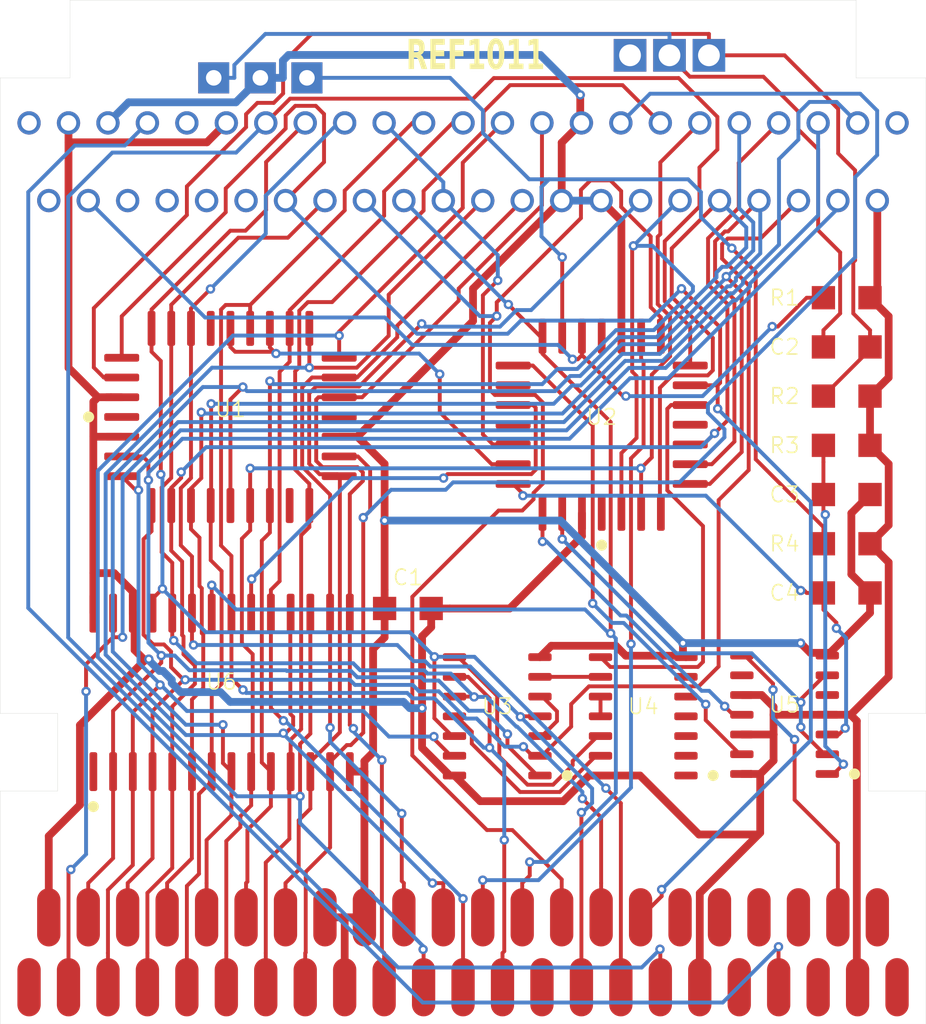
<source format=kicad_pcb>
(kicad_pcb (version 20240108) (generator "pcbnew") (generator_version "8.0")
  (layers (0 "F.Cu" signal) (31 "B.Cu" signal) (34 "B.Paste" user) (35 "F.Paste" user) (36 "B.SilkS" user "B.Silkscreen") (37 "F.SilkS" user "F.Silkscreen") (38 "B.Mask" user) (39 "F.Mask" user) (44 "Edge.Cuts" user))
  (net 0 "")
  (net 1 "/+5V")
  (net 3 "/D5")
  (net 4 "/A4")
  (net 5 "/~{Write}")
  (net 6 "/D7")
  (net 7 "/A13")
  (net 9 "/D2")
  (net 12 "/A10")
  (net 14 "/GND")
  (net 16 "/A2")
  (net 17 "/~{CE.Sys}")
  (net 18 "/~{Read}")
  (net 19 "/D4")
  (net 20 "/A9")
  (net 21 "/D3")
  (net 22 "/A8")
  (net 25 "/D1")
  (net 26 "/D6")
  (net 28 "/A3")
  (net 29 "/A6")
  (net 30 "/A15")
  (net 31 "/A0")
  (net 32 "/A12")
  (net 33 "/~{GG.Sys}")
  (net 34 "/A11")
  (net 35 "/D0")
  (net 37 "/~{Reset}")
  (net 38 "/A5")
  (net 39 "/A14")
  (net 40 "/A7")
  (net 41 "/A1")
  (net 42 "/~{SRAM.CE}")
  (net 44 "/A7{slash}A8")
  (net 45 "/1Y.Out")
  (net 46 "/A6{slash}A11{slash}A12")
  (net 47 "/A9{slash}A10")
  (net 50 "/A6-A12")
  (net 53 "/4Y.Out")
  (net 56 "/U5A.C")
  (net 57 "/U5A.D&~{Q}")
  (net 58 "/U5B.C")
  (net 60 "/High.Pull")
  (net 62 "/U5B.~{R}")
  (net 63 "/Low.Pull")
  (net 64 "/EEPROM.A14")
  (net 65 "/~{GG.Game}")
  (net 66 "/Switch")
  (net 70 "/~{EEPROM.CE&OE}")
  (net 73 "/~{CE.Game}")
  (footprint "GameGear:SMD" (layer "F.Cu") (at 170 98.15)
    (property "Reference" "C4")
    (property "Value" "C_Small")
  )
  (footprint "GameGear:System Edge Connector" (layer "F.Cu") (at 145.3 121.275)
    (property "Reference" "J1" (hide yes))
    (property "Value" "System Edge Connector")
  )
  (footprint "GameGear:SOP-14" (layer "F.Cu") (at 156.9 106.09)
    (property "Reference" "U4")
    (property "Value" "SN74HC32N")
  )
  (footprint "GameGear:SMD" (layer "F.Cu") (at 141.75 99.15)
    (property "Reference" "C1")
    (property "Value" "C_Small")
  )
  (footprint "GameGear:SMD" (layer "F.Cu") (at 170 94.9833)
    (property "Reference" "R4")
    (property "Value" "R_Small_US")
  )
  (footprint "GameGear:Switch" (layer "F.Cu") (at 132.25 65)
    (property "Reference" "SW1" (hide yes))
    (property "Value" "SW_SPDT")
  )
  (footprint "GameGear:SMD" (layer "F.Cu") (at 170 88.65)
    (property "Reference" "R3")
    (property "Value" "R_Small_US")
  )
  (footprint "GameGear:SOP-14" (layer "F.Cu") (at 166 105.99)
    (property "Reference" "U5")
    (property "Value" "74HC74")
  )
  (footprint "GameGear:SOP-14" (layer "F.Cu") (at 147.5 106.09)
    (property "Reference" "U3")
    (property "Value" "SN74HC32N")
  )
  (footprint "GameGear:SMD" (layer "F.Cu") (at 170 85.4833)
    (property "Reference" "R2")
    (property "Value" "R_Small_US")
  )
  (footprint "GameGear:PALCE 20V8Q" (layer "F.Cu") (at 154.225 87.325)
    (property "Reference" "U2")
    (property "Value" "PALCE_20V8Q-25JC/4")
  )
  (footprint "GameGear:Button" (layer "F.Cu") (at 158.59 63.55)
    (property "Reference" "SW2" (hide yes))
    (property "Value" "SW_Push")
  )
  (footprint "GameGear:SMD" (layer "F.Cu") (at 170 91.8167)
    (property "Reference" "C3")
    (property "Value" "C_Small")
  )
  (footprint "GameGear:27C256" (layer "F.Cu") (at 130.325 86.825)
    (property "Reference" "U1")
    (property "Value" "27C256")
  )
  (footprint "GameGear:SRAM" (layer "F.Cu") (at 129.755 104.55)
    (property "Reference" "U6")
    (property "Value" "~")
  )
  (footprint "GameGear:SMD" (layer "F.Cu") (at 170 79.15)
    (property "Reference" "R1")
    (property "Value" "R_Small_US")
  )
  (footprint "GameGear:SMD" (layer "F.Cu") (at 170 82.3167)
    (property "Reference" "C2")
    (property "Value" "C_Small")
  )
  (footprint "GameGear:Cartridge Slot" (layer "F.Cu") (at 145.3 70.4)
    (property "Reference" "J2" (hide yes))
    (property "Value" "Game Slot Connector")
  )
  (gr_line (start 119.2 105.9) (end 115.5 105.9) (stroke (width 0.02)) (layer "Edge.Cuts"))
  (gr_line (start 175.1 65) (end 175.1 105.9) (stroke (width 0.02)) (layer "Edge.Cuts"))
  (gr_line (start 170.6 65) (end 170.6 60) (stroke (width 0.02)) (layer "Edge.Cuts"))
  (gr_line (start 115.5 125.9) (end 115.5 110.9) (stroke (width 0.02)) (layer "Edge.Cuts"))
  (gr_line (start 120 60) (end 170.6 60) (stroke (width 0.02)) (layer "Edge.Cuts"))
  (gr_line (start 120 65) (end 115.5 65) (stroke (width 0.02)) (layer "Edge.Cuts"))
  (gr_line (start 119.2 110.9) (end 115.5 110.9) (stroke (width 0.02)) (layer "Edge.Cuts"))
  (gr_line (start 171.4 110.9) (end 171.4 105.9) (stroke (width 0.02)) (layer "Edge.Cuts"))
  (gr_line (start 175.1 105.9) (end 171.4 105.9) (stroke (width 0.02)) (layer "Edge.Cuts"))
  (gr_line (start 115.5 105.9) (end 115.5 65) (stroke (width 0.02)) (layer "Edge.Cuts"))
  (gr_line (start 175.1 110.9) (end 171.4 110.9) (stroke (width 0.02)) (layer "Edge.Cuts"))
  (gr_line (start 175.1 125.9) (end 175.1 110.9) (stroke (width 0.02)) (layer "Edge.Cuts"))
  (gr_line (start 120 65) (end 120 60) (stroke (width 0.02)) (layer "Edge.Cuts"))
  (gr_line (start 175.1 65) (end 170.6 65) (stroke (width 0.02)) (layer "Edge.Cuts"))
  (gr_line (start 175.1 125.9) (end 115.5 125.9) (stroke (width 0.02)) (layer "Edge.Cuts"))
  (gr_line (start 119.2 110.9) (end 119.2 105.9) (stroke (width 0.02)) (layer "Edge.Cuts"))
  (gr_text "REF1011" (at 141.630154 64.755 0) (layer "F.SilkS") (effects (font (size 1.9 1.3) (thickness 0.2) (bold yes)) (justify left bottom)))
  (segment (start 124.8129 102.4819) (end 124.155 101.824) (width 0.5) (layer "F.Cu") (net 1))
  (segment (start 144.4444 109.9) (end 142.6622 108.1178) (width 0.5) (layer "F.Cu") (net 1))
  (segment (start 120.6373 111.7915) (end 118.63 113.7988) (width 0.5) (layer "F.Cu") (net 1))
  (segment (start 128.81 69.15) (end 130.06 67.9) (width 0.5) (layer "F.Cu") (net 1))
  (segment (start 168.75 105.99) (end 170.249 105.99) (width 0.5) (layer "F.Cu") (net 1))
  (segment (start 118.63 113.7988) (end 118.63 119.025) (width 0.5) (layer "F.Cu") (net 1))
  (segment (start 163.84 109.8) (end 164.43 109.8) (width 0.5) (layer "F.Cu") (net 1))
  (segment (start 124.8129 102.4819) (end 125.0003 102.4819) (width 0.5) (layer "F.Cu") (net 1))
  (segment (start 142.6622 108.1178) (end 142.6622 105.5634) (width 0.5) (layer "F.Cu") (net 1))
  (segment (start 121.525 88.095) (end 121.5 88.07) (width 0.5) (layer "F.Cu") (net 1))
  (segment (start 171.5 85.4833) (end 171.5 88.65) (width 0.5) (layer "F.Cu") (net 1))
  (segment (start 144.75 109.9) (end 144.4444 109.9) (width 0.5) (layer "F.Cu") (net 1))
  (segment (start 121.5 96.8742) (end 122.8442 96.8742) (width 0.5) (layer "F.Cu") (net 1))
  (segment (start 163.25 109.8) (end 163.84 109.8) (width 0.5) (layer "F.Cu") (net 1))
  (segment (start 171.5 85.4833) (end 172.7 84.2833) (width 0.5) (layer "F.Cu") (net 1))
  (segment (start 142.6622 100.9395) (end 142.6622 105.5634) (width 0.5) (layer "F.Cu") (net 1))
  (segment (start 172.7 103.539) (end 172.7 96.1833) (width 0.5) (layer "F.Cu") (net 1))
  (segment (start 165.29 107.26) (end 165.29 105.99) (width 0.5) (layer "F.Cu") (net 1))
  (segment (start 165.29 105.48) (end 165.29 105.99) (width 0.5) (layer "F.Cu") (net 1))
  (segment (start 121.5 96.8742) (end 121.5 99.45) (width 0.5) (layer "F.Cu") (net 1))
  (segment (start 160.54 117.472944) (end 160.54 123.525) (width 0.5) (layer "F.Cu") (net 1))
  (segment (start 146.4017 111.5517) (end 151.7527 111.5517) (width 0.5) (layer "F.Cu") (net 1))
  (segment (start 152.955 94.4977) (end 152.955 93.025) (width 0.5) (layer "F.Cu") (net 1))
  (segment (start 156.6893 109.9) (end 154.15 109.9) (width 0.5) (layer "F.Cu") (net 1))
  (segment (start 121.795 85.555) (end 119.9 83.66) (width 0.5) (layer "F.Cu") (net 1))
  (segment (start 170.65 123.475) (end 170.7 123.525) (width 0.5) (layer "F.Cu") (net 1))
  (segment (start 144.75 109.9) (end 146.4017 111.5517) (width 0.5) (layer "F.Cu") (net 1))
  (segment (start 164.53 104.72) (end 165.29 105.48) (width 0.5) (layer "F.Cu") (net 1))
  (segment (start 172.7 89.85) (end 171.5 88.65) (width 0.5) (layer "F.Cu") (net 1))
  (segment (start 160.484 113.6947) (end 156.6893 109.9) (width 0.5) (layer "F.Cu") (net 1))
  (segment (start 171.5 79.15) (end 171.5 79.07) (width 0.5) (layer "F.Cu") (net 1))
  (segment (start 119.9 83.66) (end 119.9 69.15) (width 0.5) (layer "F.Cu") (net 1))
  (segment (start 122.6378 85.555) (end 123.325 85.555) (width 0.5) (layer "F.Cu") (net 1))
  (segment (start 164.43 113.582944) (end 164.318244 113.6947) (width 0.5) (layer "F.Cu") (net 1))
  (segment (start 163.25 104.72) (end 164.53 104.72) (width 0.5) (layer "F.Cu") (net 1))
  (segment (start 165.29 105.99) (end 168.75 105.99) (width 0.5) (layer "F.Cu") (net 1))
  (segment (start 124.155 101.824) (end 124.155 99.565) (width 0.5) (layer "F.Cu") (net 1))
  (segment (start 165.29 108.94) (end 165.29 107.26) (width 0.5) (layer "F.Cu") (net 1))
  (segment (start 143.25 99.15) (end 143.25 100.3517) (width 0.5) (layer "F.Cu") (net 1))
  (segment (start 124.155 99.565) (end 124.04 99.45) (width 0.5) (layer "F.Cu") (net 1))
  (segment (start 153.4044 109.9) (end 154.15 109.9) (width 0.5) (layer "F.Cu") (net 1))
  (segment (start 120.6373 106.6575) (end 120.6373 111.7915) (width 0.5) (layer "F.Cu") (net 1))
  (segment (start 119.9 69.15) (end 119.9 67.9) (width 0.5) (layer "F.Cu") (net 1))
  (segment (start 172.7 93.7833) (end 172.7 89.85) (width 0.5) (layer "F.Cu") (net 1))
  (segment (start 172.7 80.35) (end 171.5 79.15) (width 0.5) (layer "F.Cu") (net 1))
  (segment (start 143.25 99.15) (end 144.4517 99.15) (width 0.5) (layer "F.Cu") (net 1))
  (segment (start 124.8129 102.4819) (end 120.6373 106.6575) (width 0.5) (layer "F.Cu") (net 1))
  (segment (start 151.7527 111.5517) (end 153.4044 109.9) (width 0.5) (layer "F.Cu") (net 1))
  (segment (start 125.0003 102.4819) (end 125.0723 102.4099) (width 0.5) (layer "F.Cu") (net 1))
  (segment (start 122.6378 85.555) (end 121.795 85.555) (width 0.5) (layer "F.Cu") (net 1))
  (segment (start 121.5 85.85) (end 121.795 85.555) (width 0.5) (layer "F.Cu") (net 1))
  (segment (start 172.7 84.2833) (end 172.7 80.35) (width 0.5) (layer "F.Cu") (net 1))
  (segment (start 171.5 79.07) (end 171.97 78.6) (width 0.5) (layer "F.Cu") (net 1))
  (segment (start 164.43 109.8) (end 165.29 108.94) (width 0.5) (layer "F.Cu") (net 1))
  (segment (start 164.43 109.8) (end 164.43 113.582944) (width 0.5) (layer "F.Cu") (net 1))
  (segment (start 170.249 105.99) (end 170.65 106.391) (width 0.5) (layer "F.Cu") (net 1))
  (segment (start 121.5 96.8742) (end 121.5 85.85) (width 0.5) (layer "F.Cu") (net 1))
  (segment (start 124.04 98.07) (end 124.04 99.45) (width 0.5) (layer "F.Cu") (net 1))
  (segment (start 148.3027 99.15) (end 152.955 94.4977) (width 0.5) (layer "F.Cu") (net 1))
  (segment (start 171.97 78.6) (end 171.97 72.9) (width 0.5) (layer "F.Cu") (net 1))
  (segment (start 144.4517 99.15) (end 148.3027 99.15) (width 0.5) (layer "F.Cu") (net 1))
  (segment (start 170.65 106.391) (end 170.65 123.475) (width 0.5) (layer "F.Cu") (net 1))
  (segment (start 163.25 107.26) (end 165.29 107.26) (width 0.5) (layer "F.Cu") (net 1))
  (segment (start 122.8442 96.8742) (end 124.04 98.07) (width 0.5) (layer "F.Cu") (net 1))
  (segment (start 171.5 94.9833) (end 172.7 93.7833) (width 0.5) (layer "F.Cu") (net 1))
  (segment (start 123.325 88.095) (end 121.525 88.095) (width 0.5) (layer "F.Cu") (net 1))
  (segment (start 170.249 105.99) (end 172.7 103.539) (width 0.5) (layer "F.Cu") (net 1))
  (segment (start 164.318244 113.6947) (end 160.54 117.472944) (width 0.5) (layer "F.Cu") (net 1))
  (segment (start 172.7 96.1833) (end 171.5 94.9833) (width 0.5) (layer "F.Cu") (net 1))
  (segment (start 143.25 100.3517) (end 142.6622 100.9395) (width 0.5) (layer "F.Cu") (net 1))
  (segment (start 164.318244 113.6947) (end 160.484 113.6947) (width 0.5) (layer "F.Cu") (net 1))
  (segment (start 119.9 69.15) (end 128.81 69.15) (width 0.5) (layer "F.Cu") (net 1))
  (via (at 125.0723 102.4099) (size 0.6) (drill 0.3) (layers "F.Cu" "B.Cu") (net 1))
  (via (at 142.6622 105.5634) (size 0.6) (drill 0.3) (layers "F.Cu" "B.Cu") (net 1))
  (segment (start 129.6776 104.5318) (end 127.1234 104.5318) (width 0.5) (layer "B.Cu") (net 1))
  (segment (start 141.4711 105.1619) (end 130.3077 105.1619) (width 0.5) (layer "B.Cu") (net 1))
  (segment (start 126.5482 103.9566) (end 126.5482 103.7404) (width 0.5) (layer "B.Cu") (net 1))
  (segment (start 125.7618 103.1702) (end 125.0723 102.4807) (width 0.5) (layer "B.Cu") (net 1))
  (segment (start 125.978 103.1702) (end 125.7618 103.1702) (width 0.5) (layer "B.Cu") (net 1))
  (segment (start 127.1234 104.5318) (end 126.5482 103.9566) (width 0.5) (layer "B.Cu") (net 1))
  (segment (start 130.3077 105.1619) (end 129.6776 104.5318) (width 0.5) (layer "B.Cu") (net 1))
  (segment (start 125.0723 102.4807) (end 125.0723 102.4099) (width 0.5) (layer "B.Cu") (net 1))
  (segment (start 141.8726 105.5634) (end 141.4711 105.1619) (width 0.5) (layer "B.Cu") (net 1))
  (segment (start 142.6622 105.5634) (end 141.8726 105.5634) (width 0.5) (layer "B.Cu") (net 1))
  (segment (start 126.5482 103.7404) (end 125.978 103.1702) (width 0.5) (layer "B.Cu") (net 1))
  (segment (start 142.7297 121.293) (end 142.76 121.3233) (width 0.25) (layer "F.Cu") (net 3))
  (segment (start 142.7297 121.09) (end 142.7297 121.293) (width 0.25) (layer "F.Cu") (net 3))
  (segment (start 134.8074 107.8682) (end 135.47 107.2056) (width 0.25) (layer "F.Cu") (net 3))
  (segment (start 137.325 81.5852) (end 137.325 83.015) (width 0.25) (layer "F.Cu") (net 3))
  (segment (start 142.76 121.3233) (end 142.76 123.525) (width 0.25) (layer "F.Cu") (net 3))
  (segment (start 137.325 81.325) (end 137.325 81.5852) (width 0.25) (layer "F.Cu") (net 3))
  (segment (start 134.8074 111.2376) (end 134.8074 107.8682) (width 0.25) (layer "F.Cu") (net 3))
  (segment (start 147.84 67.9) (end 145.28 70.46) (width 0.25) (layer "F.Cu") (net 3))
  (segment (start 145.28 70.46) (end 145.28 73.37) (width 0.25) (layer "F.Cu") (net 3))
  (segment (start 145.28 73.37) (end 137.325 81.325) (width 0.25) (layer "F.Cu") (net 3))
  (segment (start 135.47 107.2056) (end 135.47 99.45) (width 0.25) (layer "F.Cu") (net 3))
  (via (at 137.325 81.5852) (size 0.6) (drill 0.3) (layers "F.Cu" "B.Cu") (net 3))
  (via (at 134.8074 111.2376) (size 0.6) (drill 0.3) (layers "F.Cu" "B.Cu") (net 3))
  (via (at 142.7297 121.09) (size 0.6) (drill 0.3) (layers "F.Cu" "B.Cu") (net 3))
  (segment (start 121.786 102.2784) (end 130.7452 111.2376) (width 0.25) (layer "B.Cu") (net 3))
  (segment (start 142.7297 121.09) (end 142.7297 120.8803) (width 0.25) (layer "B.Cu") (net 3))
  (segment (start 134.8074 112.958) (end 134.8074 111.2376) (width 0.25) (layer "B.Cu") (net 3))
  (segment (start 130.4902 81.5852) (end 121.786 90.2894) (width 0.25) (layer "B.Cu") (net 3))
  (segment (start 142.7297 120.8803) (end 134.8074 112.958) (width 0.25) (layer "B.Cu") (net 3))
  (segment (start 137.325 81.5852) (end 130.4902 81.5852) (width 0.25) (layer "B.Cu") (net 3))
  (segment (start 121.786 90.2894) (end 121.786 102.2784) (width 0.25) (layer "B.Cu") (net 3))
  (segment (start 130.7452 111.2376) (end 134.8074 111.2376) (width 0.25) (layer "B.Cu") (net 3))
  (segment (start 161.5251 75.519) (end 161.5251 78.034) (width 0.25) (layer "F.Cu") (net 4))
  (segment (start 127.785 92.525) (end 127.785 94.045) (width 0.25) (layer "F.Cu") (net 4))
  (segment (start 127.785 91.425) (end 128.4482 90.7618) (width 0.25) (layer "F.Cu") (net 4))
  (segment (start 128.4482 90.7618) (end 128.4482 86.5256) (width 0.25) (layer "F.Cu") (net 4))
  (segment (start 161.315 89.865) (end 159.925 89.865) (width 0.25) (layer "F.Cu") (net 4))
  (segment (start 128.4793 97.8513) (end 128.4793 100.7372) (width 0.25) (layer "F.Cu") (net 4))
  (segment (start 128.3313 94.5913) (end 128.3313 97.7033) (width 0.25) (layer "F.Cu") (net 4))
  (segment (start 126.25 119.025) (end 126.25 116.8233) (width 0.25) (layer "F.Cu") (net 4))
  (segment (start 128.3313 97.7033) (end 128.4793 97.8513) (width 0.25) (layer "F.Cu") (net 4))
  (segment (start 127.785 94.045) (end 128.3313 94.5913) (width 0.25) (layer "F.Cu") (net 4))
  (segment (start 162.3628 74.8872) (end 162.1569 74.8872) (width 0.25) (layer "F.Cu") (net 4))
  (segment (start 127.85 109.65) (end 127.8401 109.6599) (width 0.25) (layer "F.Cu") (net 4))
  (segment (start 127.8401 109.6599) (end 127.8401 115.2332) (width 0.25) (layer "F.Cu") (net 4))
  (segment (start 162.1569 74.8872) (end 161.5251 75.519) (width 0.25) (layer "F.Cu") (net 4))
  (segment (start 127.785 92.525) (end 127.785 91.425) (width 0.25) (layer "F.Cu") (net 4))
  (segment (start 162.771 88.409) (end 161.315 89.865) (width 0.25) (layer "F.Cu") (net 4))
  (segment (start 128.5752 104.2807) (end 127.85 105.0059) (width 0.25) (layer "F.Cu") (net 4))
  (segment (start 128.4793 100.7372) (end 128.5752 100.8331) (width 0.25) (layer "F.Cu") (net 4))
  (segment (start 127.8401 115.2332) (end 126.25 116.8233) (width 0.25) (layer "F.Cu") (net 4))
  (segment (start 162.771 79.2799) (end 162.771 88.409) (width 0.25) (layer "F.Cu") (net 4))
  (segment (start 128.5752 100.8331) (end 128.5752 104.2807) (width 0.25) (layer "F.Cu") (net 4))
  (segment (start 164.35 72.9) (end 162.3628 74.8872) (width 0.25) (layer "F.Cu") (net 4))
  (segment (start 127.85 105.0059) (end 127.85 109.65) (width 0.25) (layer "F.Cu") (net 4))
  (segment (start 161.5251 78.034) (end 162.771 79.2799) (width 0.25) (layer "F.Cu") (net 4))
  (via (at 128.4482 86.5256) (size 0.6) (drill 0.3) (layers "F.Cu" "B.Cu") (net 4))
  (segment (start 162.5016 78.4154) (end 162.8687 78.0483) (width 0.25) (layer "B.Cu") (net 4))
  (segment (start 153.0611 85.2493) (end 154.6687 83.6417) (width 0.25) (layer "B.Cu") (net 4))
  (segment (start 164.4364 76.2969) (end 164.4364 72.9864) (width 0.25) (layer "B.Cu") (net 4))
  (segment (start 157.9687 82.7646) (end 162.3179 78.4154) (width 0.25) (layer "B.Cu") (net 4))
  (segment (start 154.6687 83.6417) (end 154.6687 83.6396) (width 0.25) (layer "B.Cu") (net 4))
  (segment (start 128.4482 86.5256) (end 128.5257 86.6031) (width 0.25) (layer "B.Cu") (net 4))
  (segment (start 155.5437 82.7646) (end 157.9687 82.7646) (width 0.25) (layer "B.Cu") (net 4))
  (segment (start 151.7031 86.6031) (end 153.0569 85.2493) (width 0.25) (layer "B.Cu") (net 4))
  (segment (start 153.0569 85.2493) (end 153.0611 85.2493) (width 0.25) (layer "B.Cu") (net 4))
  (segment (start 162.3179 78.4154) (end 162.5016 78.4154) (width 0.25) (layer "B.Cu") (net 4))
  (segment (start 154.6687 83.6396) (end 155.5437 82.7646) (width 0.25) (layer "B.Cu") (net 4))
  (segment (start 128.5257 86.6031) (end 151.7031 86.6031) (width 0.25) (layer "B.Cu") (net 4))
  (segment (start 162.8687 77.8646) (end 164.4364 76.2969) (width 0.25) (layer "B.Cu") (net 4))
  (segment (start 164.4364 72.9864) (end 164.35 72.9) (width 0.25) (layer "B.Cu") (net 4))
  (segment (start 162.8687 78.0483) (end 162.8687 77.8646) (width 0.25) (layer "B.Cu") (net 4))
  (segment (start 122.77 101.0002) (end 122.77 99.45) (width 0.25) (layer "F.Cu") (net 5))
  (segment (start 122.77 101.0002) (end 123.3823 101.0002) (width 0.25) (layer "F.Cu") (net 5))
  (segment (start 119.9 116.1) (end 119.9 123.525) (width 0.25) (layer "F.Cu") (net 5))
  (segment (start 121.03 104.49) (end 121.03 102.7402) (width 0.25) (layer "F.Cu") (net 5))
  (segment (start 121.03 102.7402) (end 122.77 101.0002) (width 0.25) (layer "F.Cu") (net 5))
  (segment (start 120.05 115.95) (end 119.9 116.1) (width 0.25) (layer "F.Cu") (net 5))
  (via (at 120.05 115.95) (size 0.6) (drill 0.3) (layers "F.Cu" "B.Cu") (net 5))
  (via (at 123.3823 101.0002) (size 0.6) (drill 0.3) (layers "F.Cu" "B.Cu") (net 5))
  (via (at 121.03 104.49) (size 0.6) (drill 0.3) (layers "F.Cu" "B.Cu") (net 5))
  (segment (start 163.3204 78.2354) (end 163.3204 78.0517) (width 0.25) (layer "B.Cu") (net 5))
  (segment (start 167.6 66.55) (end 169.35 66.55) (width 0.25) (layer "B.Cu") (net 5))
  (segment (start 158.1557 83.2164) (end 162.505 78.8671) (width 0.25) (layer "B.Cu") (net 5))
  (segment (start 169.35 66.55) (end 170.7 67.9) (width 0.25) (layer "B.Cu") (net 5))
  (segment (start 155.7328 83.2164) (end 158.1557 83.2164) (width 0.25) (layer "B.Cu") (net 5))
  (segment (start 123.3823 101.0002) (end 123.3823 90.7271) (width 0.25) (layer "B.Cu") (net 5))
  (segment (start 121.03 114.97) (end 120.05 115.95) (width 0.25) (layer "B.Cu") (net 5))
  (segment (start 151.7968 87.1524) (end 155.7328 83.2164) (width 0.25) (layer "B.Cu") (net 5))
  (segment (start 165.64 70.2252) (end 166.89 68.9752) (width 0.25) (layer "B.Cu") (net 5))
  (segment (start 165.64 75.7321) (end 165.64 70.2252) (width 0.25) (layer "B.Cu") (net 5))
  (segment (start 163.3204 78.0517) (end 165.64 75.7321) (width 0.25) (layer "B.Cu") (net 5))
  (segment (start 166.89 67.26) (end 167.6 66.55) (width 0.25) (layer "B.Cu") (net 5))
  (segment (start 123.3823 90.7271) (end 126.957 87.1524) (width 0.25) (layer "B.Cu") (net 5))
  (segment (start 162.505 78.8671) (end 162.6887 78.8671) (width 0.25) (layer "B.Cu") (net 5))
  (segment (start 121.03 104.49) (end 121.03 114.97) (width 0.25) (layer "B.Cu") (net 5))
  (segment (start 162.6887 78.8671) (end 163.3204 78.2354) (width 0.25) (layer "B.Cu") (net 5))
  (segment (start 166.89 68.9752) (end 166.89 67.26) (width 0.25) (layer "B.Cu") (net 5))
  (segment (start 126.957 87.1524) (end 151.7968 87.1524) (width 0.25) (layer "B.Cu") (net 5))
  (segment (start 140.22 72.31) (end 144.63 67.9) (width 0.25) (layer "F.Cu") (net 6))
  (segment (start 144.63 67.9) (end 145.3 67.9) (width 0.25) (layer "F.Cu") (net 6))
  (segment (start 134.135 83.275) (end 134.135 81.125) (width 0.25) (layer "F.Cu") (net 6))
  (segment (start 145.3 123.525) (end 145.3 117.8268) (width 0.25) (layer "F.Cu") (net 6))
  (segment (start 133.49 97.39) (end 133.49 83.92) (width 0.25) (layer "F.Cu") (net 6))
  (segment (start 133.49 83.92) (end 134.135 83.275) (width 0.25) (layer "F.Cu") (net 6))
  (segment (start 132.93 99.45) (end 132.93 105.5674) (width 0.25) (layer "F.Cu") (net 6))
  (segment (start 134.135 81.125) (end 134.135 79.9595) (width 0.25) (layer "F.Cu") (net 6))
  (segment (start 132.93 99.45) (end 132.93 97.95) (width 0.25) (layer "F.Cu") (net 6))
  (segment (start 132.93 97.95) (end 133.49 97.39) (width 0.25) (layer "F.Cu") (net 6))
  (segment (start 132.93 105.5674) (end 133.7373 106.3747) (width 0.25) (layer "F.Cu") (net 6))
  (segment (start 134.135 79.9595) (end 140.22 73.8745) (width 0.25) (layer "F.Cu") (net 6))
  (segment (start 140.22 73.8745) (end 140.22 72.31) (width 0.25) (layer "F.Cu") (net 6))
  (via (at 133.7373 106.3747) (size 0.6) (drill 0.3) (layers "F.Cu" "B.Cu") (net 6))
  (via (at 145.3 117.8268) (size 0.6) (drill 0.3) (layers "F.Cu" "B.Cu") (net 6))
  (segment (start 133.7373 106.3747) (end 133.8479 106.3747) (width 0.25) (layer "B.Cu") (net 6))
  (segment (start 133.8479 106.3747) (end 145.3 117.8268) (width 0.25) (layer "B.Cu") (net 6))
  (segment (start 161.8497 84.6267) (end 161.8497 81.0566) (width 0.25) (layer "F.Cu") (net 7))
  (segment (start 161.6914 84.785) (end 161.6914 86.2919) (width 0.25) (layer "F.Cu") (net 7))
  (segment (start 135.8222 66.8022) (end 136.35 67.33) (width 0.25) (layer "F.Cu") (net 7))
  (segment (start 161.6914 84.785) (end 161.8497 84.6267) (width 0.25) (layer "F.Cu") (net 7))
  (segment (start 156.73 119.025) (end 158.0855 117.6695) (width 0.25) (layer "F.Cu") (net 7))
  (segment (start 159.925 84.785) (end 161.6914 84.785) (width 0.25) (layer "F.Cu") (net 7))
  (segment (start 134.4978 66.8022) (end 135.8222 66.8022) (width 0.25) (layer "F.Cu") (net 7))
  (segment (start 133.88 67.42) (end 134.4978 66.8022) (width 0.25) (layer "F.Cu") (net 7))
  (segment (start 158.0855 117.6695) (end 158.0855 117.2355) (width 0.25) (layer "F.Cu") (net 7))
  (segment (start 136.35 70.42) (end 133.87 72.9) (width 0.25) (layer "F.Cu") (net 7))
  (segment (start 133.88 68.26) (end 133.88 67.42) (width 0.25) (layer "F.Cu") (net 7))
  (segment (start 136.35 67.33) (end 136.35 70.42) (width 0.25) (layer "F.Cu") (net 7))
  (segment (start 130.02 73.65) (end 130.02 72.12) (width 0.25) (layer "F.Cu") (net 7))
  (segment (start 123.325 80.345) (end 130.02 73.65) (width 0.25) (layer "F.Cu") (net 7))
  (segment (start 123.325 83.015) (end 123.325 80.345) (width 0.25) (layer "F.Cu") (net 7))
  (segment (start 130.02 72.12) (end 133.88 68.26) (width 0.25) (layer "F.Cu") (net 7))
  (segment (start 161.8497 81.0566) (end 159.3617 78.5686) (width 0.25) (layer "F.Cu") (net 7))
  (via (at 161.6914 86.2919) (size 0.6) (drill 0.3) (layers "F.Cu" "B.Cu") (net 7))
  (via (at 159.3617 78.5686) (size 0.6) (drill 0.3) (layers "F.Cu" "B.Cu") (net 7))
  (via (at 158.0855 117.2355) (size 0.6) (drill 0.3) (layers "F.Cu" "B.Cu") (net 7))
  (segment (start 167.6884 107.6326) (end 167.6884 92.2889) (width 0.25) (layer "B.Cu") (net 7))
  (segment (start 133.87 72.9995) (end 142.3401 81.4696) (width 0.25) (layer "B.Cu") (net 7))
  (segment (start 167.6884 92.2889) (end 161.6914 86.2919) (width 0.25) (layer "B.Cu") (net 7))
  (segment (start 157.3073 80.623) (end 159.3617 78.5686) (width 0.25) (layer "B.Cu") (net 7))
  (segment (start 149.0215 80.623) (end 157.3073 80.623) (width 0.25) (layer "B.Cu") (net 7))
  (segment (start 133.87 72.9) (end 133.87 72.9995) (width 0.25) (layer "B.Cu") (net 7))
  (segment (start 142.3401 81.4696) (end 148.1749 81.4696) (width 0.25) (layer "B.Cu") (net 7))
  (segment (start 158.0855 117.2355) (end 167.6884 107.6326) (width 0.25) (layer "B.Cu") (net 7))
  (segment (start 148.1749 81.4696) (end 149.0215 80.623) (width 0.25) (layer "B.Cu") (net 7))
  (segment (start 136.74 109.0172) (end 137.8169 107.9403) (width 0.25) (layer "F.Cu") (net 9))
  (segment (start 135.1713 116.0993) (end 136.74 114.5306) (width 0.25) (layer "F.Cu") (net 9))
  (segment (start 138.5262 89.365) (end 139.3206 90.1594) (width 0.25) (layer "F.Cu") (net 9))
  (segment (start 139.3206 90.1594) (end 139.3206 92.8558) (width 0.25) (layer "F.Cu") (net 9))
  (segment (start 135.1713 121.292) (end 135.1713 116.0993) (width 0.25) (layer "F.Cu") (net 9))
  (segment (start 138.0765 107.9403) (end 138.8756 107.1412) (width 0.25) (layer "F.Cu") (net 9))
  (segment (start 135.14 123.525) (end 135.14 121.3233) (width 0.25) (layer "F.Cu") (net 9))
  (segment (start 139.3206 92.8558) (end 138.8756 93.3008) (width 0.25) (layer "F.Cu") (net 9))
  (segment (start 137.8169 107.9403) (end 138.0765 107.9403) (width 0.25) (layer "F.Cu") (net 9))
  (segment (start 137.325 89.365) (end 138.5262 89.365) (width 0.25) (layer "F.Cu") (net 9))
  (segment (start 138.8756 107.1412) (end 138.8756 93.3008) (width 0.25) (layer "F.Cu") (net 9))
  (segment (start 136.74 109.65) (end 136.74 109.0172) (width 0.25) (layer "F.Cu") (net 9))
  (segment (start 135.14 121.3233) (end 135.1713 121.292) (width 0.25) (layer "F.Cu") (net 9))
  (segment (start 136.74 114.5306) (end 136.74 109.65) (width 0.25) (layer "F.Cu") (net 9))
  (via (at 138.8756 93.3008) (size 0.6) (drill 0.3) (layers "F.Cu" "B.Cu") (net 9))
  (segment (start 171.96 69.9748) (end 170.5407 71.3941) (width 0.25) (layer "B.Cu") (net 9))
  (segment (start 157.34 66.02) (end 170.87 66.02) (width 0.25) (layer "B.Cu") (net 9))
  (segment (start 170.5407 71.3941) (end 170.5407 76.5564) (width 0.25) (layer "B.Cu") (net 9))
  (segment (start 170.87 66.02) (end 171.96 67.11) (width 0.25) (layer "B.Cu") (net 9))
  (segment (start 155.46 67.9) (end 157.34 66.02) (width 0.25) (layer "B.Cu") (net 9))
  (segment (start 159.2313 91.0332) (end 144.6587 91.0332) (width 0.25) (layer "B.Cu") (net 9))
  (segment (start 170.5407 76.5564) (end 161.0647 86.0324) (width 0.25) (layer "B.Cu") (net 9))
  (segment (start 162.1274 87.6141) (end 162.1274 88.1371) (width 0.25) (layer "B.Cu") (net 9))
  (segment (start 140.665 91.5114) (end 138.8756 93.3008) (width 0.25) (layer "B.Cu") (net 9))
  (segment (start 161.0647 86.0324) (end 161.0647 86.5514) (width 0.25) (layer "B.Cu") (net 9))
  (segment (start 144.6587 91.0332) (end 144.1805 91.5114) (width 0.25) (layer "B.Cu") (net 9))
  (segment (start 161.0647 86.5514) (end 162.1274 87.6141) (width 0.25) (layer "B.Cu") (net 9))
  (segment (start 144.1805 91.5114) (end 140.665 91.5114) (width 0.25) (layer "B.Cu") (net 9))
  (segment (start 162.1274 88.1371) (end 159.2313 91.0332) (width 0.25) (layer "B.Cu") (net 9))
  (segment (start 171.96 67.11) (end 171.96 69.9748) (width 0.25) (layer "B.Cu") (net 9))
  (segment (start 137.68 73.5301) (end 131.595 79.6151) (width 0.25) (layer "F.Cu") (net 12))
  (segment (start 142.76 67.9) (end 142.04 67.9) (width 0.25) (layer "F.Cu") (net 12))
  (segment (start 137.68 72.26) (end 137.68 73.5301) (width 0.25) (layer "F.Cu") (net 12))
  (segment (start 130.39 99.45) (end 130.39 95.7719) (width 0.25) (layer "F.Cu") (net 12))
  (segment (start 130.39 103.6459) (end 130.39 99.45) (width 0.25) (layer "F.Cu") (net 12))
  (segment (start 130.0166 79.6151) (end 131.595 79.6151) (width 0.25) (layer "F.Cu") (net 12))
  (segment (start 147.84 123.525) (end 147.84 121.3233) (width 0.25) (layer "F.Cu") (net 12))
  (segment (start 130.39 95.7719) (end 129.7198 95.1017) (width 0.25) (layer "F.Cu") (net 12))
  (segment (start 147.0089 104.9302) (end 147.0089 108.1087) (width 0.25) (layer "F.Cu") (net 12))
  (segment (start 147.84 121.3233) (end 147.9531 121.2102) (width 0.25) (layer "F.Cu") (net 12))
  (segment (start 129.7198 95.1017) (end 129.7198 79.9119) (width 0.25) (layer "F.Cu") (net 12))
  (segment (start 147.9531 121.2102) (end 147.9531 114.0486) (width 0.25) (layer "F.Cu") (net 12))
  (segment (start 144.75 103.55) (end 145.6287 103.55) (width 0.25) (layer "F.Cu") (net 12))
  (segment (start 129.7198 79.9119) (end 130.0166 79.6151) (width 0.25) (layer "F.Cu") (net 12))
  (segment (start 131.1308 104.3867) (end 130.39 103.6459) (width 0.25) (layer "F.Cu") (net 12))
  (segment (start 145.6287 103.55) (end 147.0089 104.9302) (width 0.25) (layer "F.Cu") (net 12))
  (segment (start 142.04 67.9) (end 137.68 72.26) (width 0.25) (layer "F.Cu") (net 12))
  (segment (start 131.595 79.6151) (end 131.595 81.125) (width 0.25) (layer "F.Cu") (net 12))
  (via (at 147.0089 108.1087) (size 0.6) (drill 0.3) (layers "F.Cu" "B.Cu") (net 12))
  (via (at 147.9531 114.0486) (size 0.6) (drill 0.3) (layers "F.Cu" "B.Cu") (net 12))
  (via (at 131.1308 104.3867) (size 0.6) (drill 0.3) (layers "F.Cu" "B.Cu") (net 12))
  (segment (start 141.7101 104.5852) (end 131.3293 104.5852) (width 0.25) (layer "B.Cu") (net 12))
  (segment (start 147.9531 114.0486) (end 147.9531 109.0529) (width 0.25) (layer "B.Cu") (net 12))
  (segment (start 142.0613 104.9364) (end 141.7101 104.5852) (width 0.25) (layer "B.Cu") (net 12))
  (segment (start 146.6357 108.1087) (end 143.4634 104.9364) (width 0.25) (layer "B.Cu") (net 12))
  (segment (start 147.0089 108.1087) (end 146.6357 108.1087) (width 0.25) (layer "B.Cu") (net 12))
  (segment (start 131.3293 104.5852) (end 131.1308 104.3867) (width 0.25) (layer "B.Cu") (net 12))
  (segment (start 143.4634 104.9364) (end 142.0613 104.9364) (width 0.25) (layer "B.Cu") (net 12))
  (segment (start 147.9531 109.0529) (end 147.0089 108.1087) (width 0.25) (layer "B.Cu") (net 12))
  (segment (start 138.4996 88.095) (end 145.9417 80.6529) (width 0.5) (layer "F.Cu") (net 14))
  (segment (start 159.4567 102.1885) (end 159.4567 101.3776) (width 0.5) (layer "F.Cu") (net 14))
  (segment (start 151.65 72.9) (end 151.65 69.17) (width 0.5) (layer "F.Cu") (net 14))
  (segment (start 151.6093 72.9) (end 151.65 72.9) (width 0.5) (layer "F.Cu") (net 14))
  (segment (start 137.68 119.025) (end 137.68 123.525) (width 0.5) (layer "F.Cu") (net 14))
  (segment (start 171.5 91.8167) (end 170.3 93.0167) (width 0.5) (layer "F.Cu") (net 14))
  (segment (start 140.25 101.01) (end 139.51 101.75) (width 0.5) (layer "F.Cu") (net 14))
  (segment (start 155.7747 102.1885) (end 159.4567 102.1885) (width 0.5) (layer "F.Cu") (net 14))
  (segment (start 138.95 108.973339) (end 138.95 112.43) (width 0.5) (layer "F.Cu") (net 14))
  (segment (start 138.95 119.025) (end 137.68 119.025) (width 0.5) (layer "F.Cu") (net 14))
  (segment (start 138.95 109.65) (end 138.95 112.43) (width 0.5) (layer "F.Cu") (net 14))
  (segment (start 150.9802 101.5498) (end 155.136 101.5498) (width 0.5) (layer "F.Cu") (net 14))
  (segment (start 159.5585 102.1885) (end 159.4567 102.1885) (width 0.5) (layer "F.Cu") (net 14))
  (segment (start 155.495 74.205) (end 155.495 81.625) (width 0.5) (layer "F.Cu") (net 14))
  (segment (start 145.9417 78.5676) (end 151.6093 72.9) (width 0.5) (layer "F.Cu") (net 14))
  (segment (start 139.51 108.413339) (end 138.95 108.973339) (width 0.5) (layer "F.Cu") (net 14))
  (segment (start 137.325 88.095) (end 138.4996 88.095) (width 0.5) (layer "F.Cu") (net 14))
  (segment (start 168.9253 102.0047) (end 167.6574 102.0047) (width 0.5) (layer "F.Cu") (net 14))
  (segment (start 151.65 69.17) (end 152.92 67.9) (width 0.5) (layer "F.Cu") (net 14))
  (segment (start 152.8463 67.8263) (end 152.92 67.9) (width 0.5) (layer "F.Cu") (net 14))
  (segment (start 140.25 97.9483) (end 140.25 93.4908) (width 0.5) (layer "F.Cu") (net 14))
  (segment (start 150.25 102.28) (end 150.9802 101.5498) (width 0.5) (layer "F.Cu") (net 14))
  (segment (start 154.19 72.9) (end 155.495 74.205) (width 0.5) (layer "F.Cu") (net 14))
  (segment (start 140.25 99.15) (end 140.25 101.01) (width 0.5) (layer "F.Cu") (net 14))
  (segment (start 170.3 96.95) (end 171.5 98.15) (width 0.5) (layer "F.Cu") (net 14))
  (segment (start 152.8463 66.0964) (end 152.8463 67.8263) (width 0.5) (layer "F.Cu") (net 14))
  (segment (start 140.25 89.8454) (end 140.25 93.4908) (width 0.5) (layer "F.Cu") (net 14))
  (segment (start 168.75 102.18) (end 168.9253 102.0047) (width 0.5) (layer "F.Cu") (net 14))
  (segment (start 167.6574 102.0047) (end 167.0303 101.3776) (width 0.5) (layer "F.Cu") (net 14))
  (segment (start 138.95 112.43) (end 138.95 119.025) (width 0.5) (layer "F.Cu") (net 14))
  (segment (start 170.3 93.0167) (end 170.3 96.95) (width 0.5) (layer "F.Cu") (net 14))
  (segment (start 159.65 102.28) (end 159.5585 102.1885) (width 0.5) (layer "F.Cu") (net 14))
  (segment (start 139.51 101.75) (end 139.51 108.413339) (width 0.5) (layer "F.Cu") (net 14))
  (segment (start 168.9253 102.0047) (end 171.5 99.43) (width 0.5) (layer "F.Cu") (net 14))
  (segment (start 138.4996 88.095) (end 140.25 89.8454) (width 0.5) (layer "F.Cu") (net 14))
  (segment (start 140.25 99.15) (end 140.25 97.9483) (width 0.5) (layer "F.Cu") (net 14))
  (segment (start 171.5 99.43) (end 171.5 98.15) (width 0.5) (layer "F.Cu") (net 14))
  (segment (start 155.136 101.5498) (end 155.7747 102.1885) (width 0.5) (layer "F.Cu") (net 14))
  (segment (start 137.68 119.025) (end 136.41 119.025) (width 0.5) (layer "F.Cu") (net 14))
  (segment (start 145.9417 80.6529) (end 145.9417 78.5676) (width 0.5) (layer "F.Cu") (net 14))
  (segment (start 138.01 109.65) (end 138.95 109.65) (width 0.5) (layer "F.Cu") (net 14))
  (via (at 159.4567 101.3776) (size 0.6) (drill 0.3) (layers "F.Cu" "B.Cu") (net 14))
  (via (at 152.8463 66.0964) (size 0.6) (drill 0.3) (layers "F.Cu" "B.Cu") (net 14))
  (via (at 140.25 93.4908) (size 0.6) (drill 0.3) (layers "F.Cu" "B.Cu") (net 14))
  (via (at 167.0303 101.3776) (size 0.6) (drill 0.3) (layers "F.Cu" "B.Cu") (net 14))
  (segment (start 130.675 66.575) (end 132.25 65) (width 0.5) (layer "B.Cu") (net 14))
  (segment (start 134.0692 63.5267) (end 150.2766 63.5267) (width 0.5) (layer "B.Cu") (net 14))
  (segment (start 123.765 66.575) (end 130.675 66.575) (width 0.5) (layer "B.Cu") (net 14))
  (segment (start 159.4567 101.3776) (end 167.0303 101.3776) (width 0.5) (layer "B.Cu") (net 14))
  (segment (start 151.65 72.9) (end 154.19 72.9) (width 0.5) (layer "B.Cu") (net 14))
  (segment (start 159.4567 101.3776) (end 151.5699 93.4908) (width 0.5) (layer "B.Cu") (net 14))
  (segment (start 122.44 67.9) (end 123.765 66.575) (width 0.5) (layer "B.Cu") (net 14))
  (segment (start 133.7017 65) (end 133.7017 63.8942) (width 0.5) (layer "B.Cu") (net 14))
  (segment (start 132.25 65) (end 133.7017 65) (width 0.5) (layer "B.Cu") (net 14))
  (segment (start 133.7017 63.8942) (end 134.0692 63.5267) (width 0.5) (layer "B.Cu") (net 14))
  (segment (start 150.2766 63.5267) (end 152.8463 66.0964) (width 0.5) (layer "B.Cu") (net 14))
  (segment (start 151.5699 93.4908) (end 140.25 93.4908) (width 0.5) (layer "B.Cu") (net 14))
  (segment (start 129.8421 109.1021) (end 129.8421 106.6322) (width 0.25) (layer "F.Cu") (net 16))
  (segment (start 161.0545 84.15) (end 158.7721 84.15) (width 0.25) (layer "F.Cu") (net 16))
  (segment (start 130.325 92.525) (end 130.325 85.6981) (width 0.25) (layer "F.Cu") (net 16))
  (segment (start 161.81 72.9) (end 158.735 75.975) (width 0.25) (layer "F.Cu") (net 16))
  (segment (start 128.79 114.0558) (end 130.39 112.4558) (width 0.25) (layer "F.Cu") (net 16))
  (segment (start 161.3786 83.8259) (end 161.0545 84.15) (width 0.25) (layer "F.Cu") (net 16))
  (segment (start 158.735 75.975) (end 158.735 79.0947) (width 0.25) (layer "F.Cu") (net 16))
  (segment (start 157.9747 92.9647) (end 158.035 93.025) (width 0.25) (layer "F.Cu") (net 16))
  (segment (start 157.9747 84.9474) (end 157.9747 92.9647) (width 0.25) (layer "F.Cu") (net 16))
  (segment (start 130.39 109.65) (end 129.8421 109.1021) (width 0.25) (layer "F.Cu") (net 16))
  (segment (start 128.79 116.8233) (end 128.79 114.0558) (width 0.25) (layer "F.Cu") (net 16))
  (segment (start 130.39 112.4558) (end 130.39 109.65) (width 0.25) (layer "F.Cu") (net 16))
  (segment (start 158.7721 84.15) (end 157.9747 84.9474) (width 0.25) (layer "F.Cu") (net 16))
  (segment (start 161.3786 81.7383) (end 161.3786 83.8259) (width 0.25) (layer "F.Cu") (net 16))
  (segment (start 128.79 119.025) (end 128.79 116.8233) (width 0.25) (layer "F.Cu") (net 16))
  (segment (start 130.325 85.6981) (end 131.1252 84.8979) (width 0.25) (layer "F.Cu") (net 16))
  (segment (start 158.735 79.0947) (end 161.3786 81.7383) (width 0.25) (layer "F.Cu") (net 16))
  (via (at 131.1252 84.8979) (size 0.6) (drill 0.3) (layers "F.Cu" "B.Cu") (net 16))
  (via (at 129.8421 106.6322) (size 0.6) (drill 0.3) (layers "F.Cu" "B.Cu") (net 16))
  (segment (start 163.533 74.623) (end 161.81 72.9) (width 0.25) (layer "B.Cu") (net 16))
  (segment (start 122.7463 90.7024) (end 128.5508 84.8979) (width 0.25) (layer "B.Cu") (net 16))
  (segment (start 162.2937 77.162) (end 163.533 75.9227) (width 0.25) (layer "B.Cu") (net 16))
  (segment (start 152.203 84.1868) (end 152.8418 84.1868) (width 0.25) (layer "B.Cu") (net 16))
  (segment (start 157.7687 81.687) (end 161.6153 77.8404) (width 0.25) (layer "B.Cu") (net 16))
  (segment (start 127.454 106.6322) (end 122.7463 101.9245) (width 0.25) (layer "B.Cu") (net 16))
  (segment (start 153.8032 83.2275) (end 155.3437 81.687) (width 0.25) (layer "B.Cu") (net 16))
  (segment (start 161.9825 77.162) (end 162.2937 77.162) (width 0.25) (layer "B.Cu") (net 16))
  (segment (start 153.8011 83.2275) (end 153.8032 83.2275) (width 0.25) (layer "B.Cu") (net 16))
  (segment (start 152.8418 84.1868) (end 153.8011 83.2275) (width 0.25) (layer "B.Cu") (net 16))
  (segment (start 163.533 75.9227) (end 163.533 74.623) (width 0.25) (layer "B.Cu") (net 16))
  (segment (start 151.2283 85.1615) (end 152.203 84.1868) (width 0.25) (layer "B.Cu") (net 16))
  (segment (start 161.6153 77.5292) (end 161.9825 77.162) (width 0.25) (layer "B.Cu") (net 16))
  (segment (start 128.5508 84.8979) (end 131.1252 84.8979) (width 0.25) (layer "B.Cu") (net 16))
  (segment (start 161.6153 77.8404) (end 161.6153 77.5292) (width 0.25) (layer "B.Cu") (net 16))
  (segment (start 129.8421 106.6322) (end 127.454 106.6322) (width 0.25) (layer "B.Cu") (net 16))
  (segment (start 155.3437 81.687) (end 157.7687 81.687) (width 0.25) (layer "B.Cu") (net 16))
  (segment (start 131.1252 84.8979) (end 131.3888 85.1615) (width 0.25) (layer "B.Cu") (net 16))
  (segment (start 122.7463 101.9245) (end 122.7463 90.7024) (width 0.25) (layer "B.Cu") (net 16))
  (segment (start 131.3888 85.1615) (end 151.2283 85.1615) (width 0.25) (layer "B.Cu") (net 16))
  (segment (start 156.765 83.115) (end 156.9209 83.2709) (width 0.25) (layer "F.Cu") (net 17))
  (segment (start 156.1119 89.4891) (end 156.1119 101.4332) (width 0.25) (layer "F.Cu") (net 17))
  (segment (start 156.765 81.625) (end 156.765 83.115) (width 0.25) (layer "F.Cu") (net 17))
  (segment (start 156.9209 83.2709) (end 156.9209 88.6801) (width 0.25) (layer "F.Cu") (net 17))
  (segment (start 146.57 119.025) (end 146.57 116.8233) (width 0.25) (layer "F.Cu") (net 17))
  (segment (start 156.9209 88.6801) (end 156.1119 89.4891) (width 0.25) (layer "F.Cu") (net 17))
  (segment (start 146.57 116.8233) (end 146.57 116.6342) (width 0.25) (layer "F.Cu") (net 17))
  (via (at 146.57 116.6342) (size 0.6) (drill 0.3) (layers "F.Cu" "B.Cu") (net 17))
  (via (at 156.1119 101.4332) (size 0.6) (drill 0.3) (layers "F.Cu" "B.Cu") (net 17))
  (segment (start 150.1585 116.6342) (end 156.1119 110.6808) (width 0.25) (layer "B.Cu") (net 17))
  (segment (start 146.57 116.6342) (end 150.1585 116.6342) (width 0.25) (layer "B.Cu") (net 17))
  (segment (start 156.1119 110.6808) (end 156.1119 101.4332) (width 0.25) (layer "B.Cu") (net 17))
  (segment (start 150.415 82.7612) (end 154.805 87.1512) (width 0.25) (layer "F.Cu") (net 18))
  (segment (start 150.415 81.625) (end 150.2574 81.625) (width 0.25) (layer "F.Cu") (net 18))
  (segment (start 149.5938 116.3395) (end 149.5938 115.4622) (width 0.25) (layer "F.Cu") (net 18))
  (segment (start 129.12 97.6523) (end 129.12 99.45) (width 0.25) (layer "F.Cu") (net 18))
  (segment (start 154.805 87.1512) (end 154.805 100.7468) (width 0.25) (layer "F.Cu") (net 18))
  (segment (start 150.2574 81.625) (end 148.2167 79.5843) (width 0.25) (layer "F.Cu") (net 18))
  (segment (start 149.11 116.8233) (end 149.5938 116.3395) (width 0.25) (layer "F.Cu") (net 18))
  (segment (start 150.415 81.625) (end 150.415 82.7612) (width 0.25) (layer "F.Cu") (net 18))
  (segment (start 149.11 119.025) (end 149.11 116.8233) (width 0.25) (layer "F.Cu") (net 18))
  (via (at 148.2167 79.5843) (size 0.6) (drill 0.3) (layers "F.Cu" "B.Cu") (net 18))
  (via (at 149.5938 115.4622) (size 0.6) (drill 0.3) (layers "F.Cu" "B.Cu") (net 18))
  (via (at 154.805 100.7468) (size 0.6) (drill 0.3) (layers "F.Cu" "B.Cu") (net 18))
  (via (at 129.12 97.6523) (size 0.6) (drill 0.3) (layers "F.Cu" "B.Cu") (net 18))
  (segment (start 148.2167 79.5843) (end 148.1743 79.5843) (width 0.25) (layer "B.Cu") (net 18))
  (segment (start 155.1354 101.0772) (end 155.1354 111.0167) (width 0.25) (layer "B.Cu") (net 18))
  (segment (start 129.12 97.6523) (end 130.6813 99.2136) (width 0.25) (layer "B.Cu") (net 18))
  (segment (start 154.805 100.7468) (end 155.1354 101.0772) (width 0.25) (layer "B.Cu") (net 18))
  (segment (start 154.6848 100.7468) (end 154.805 100.7468) (width 0.25) (layer "B.Cu") (net 18))
  (segment (start 148.1743 79.5843) (end 141.49 72.9) (width 0.25) (layer "B.Cu") (net 18))
  (segment (start 153.1516 99.2136) (end 154.6848 100.7468) (width 0.25) (layer "B.Cu") (net 18))
  (segment (start 155.1354 111.0167) (end 150.6899 115.4622) (width 0.25) (layer "B.Cu") (net 18))
  (segment (start 130.6813 99.2136) (end 153.1516 99.2136) (width 0.25) (layer "B.Cu") (net 18))
  (segment (start 150.6899 115.4622) (end 149.5938 115.4622) (width 0.25) (layer "B.Cu") (net 18))
  (segment (start 137.325 84.285) (end 135.575 84.285) (width 0.25) (layer "F.Cu") (net 19))
  (segment (start 136.74 91.8221) (end 136.74 99.45) (width 0.25) (layer "F.Cu") (net 19))
  (segment (start 141.0669 80.9431) (end 149.11 72.9) (width 0.25) (layer "F.Cu") (net 19))
  (segment (start 141.3547 116.688) (end 141.49 116.8233) (width 0.25) (layer "F.Cu") (net 19))
  (segment (start 138.4718 84.285) (end 141.0669 81.6899) (width 0.25) (layer "F.Cu") (net 19))
  (segment (start 134.9437 90.0258) (end 136.74 91.8221) (width 0.25) (layer "F.Cu") (net 19))
  (segment (start 134.9437 84.9163) (end 134.9437 90.0258) (width 0.25) (layer "F.Cu") (net 19))
  (segment (start 141.49 119.025) (end 141.49 116.8233) (width 0.25) (layer "F.Cu") (net 19))
  (segment (start 135.575 84.285) (end 134.9437 84.9163) (width 0.25) (layer "F.Cu") (net 19))
  (segment (start 141.0669 81.6899) (end 141.0669 80.9431) (width 0.25) (layer "F.Cu") (net 19))
  (segment (start 137.325 84.285) (end 138.4718 84.285) (width 0.25) (layer "F.Cu") (net 19))
  (segment (start 141.3547 112.3454) (end 141.3547 116.688) (width 0.25) (layer "F.Cu") (net 19))
  (segment (start 136.74 99.45) (end 136.74 106.8197) (width 0.25) (layer "F.Cu") (net 19))
  (via (at 136.74 106.8197) (size 0.6) (drill 0.3) (layers "F.Cu" "B.Cu") (net 19))
  (via (at 141.3547 112.3454) (size 0.6) (drill 0.3) (layers "F.Cu" "B.Cu") (net 19))
  (segment (start 136.74 107.7307) (end 136.74 106.8197) (width 0.25) (layer "B.Cu") (net 19))
  (segment (start 141.3547 112.3454) (end 136.74 107.7307) (width 0.25) (layer "B.Cu") (net 19))
  (segment (start 125.9 95.5298) (end 125.9 91.359) (width 0.25) (layer "F.Cu") (net 20))
  (segment (start 152.9824 111.3852) (end 154.19 112.5928) (width 0.25) (layer "F.Cu") (net 20))
  (segment (start 154.19 119.025) (end 154.19 116.8233) (width 0.25) (layer "F.Cu") (net 20))
  (segment (start 126.58 96.2098) (end 125.9 95.5298) (width 0.25) (layer "F.Cu") (net 20))
  (segment (start 126.58 99.45) (end 126.58 96.2098) (width 0.25) (layer "F.Cu") (net 20))
  (segment (start 126.58 99.45) (end 126.58 101.1129) (width 0.25) (layer "F.Cu") (net 20))
  (segment (start 126.515 79.605) (end 130.834304 75.285696) (width 0.25) (layer "F.Cu") (net 20))
  (segment (start 144.75 104.82) (end 145.99 104.82) (width 0.25) (layer "F.Cu") (net 20))
  (segment (start 130.834304 75.285696) (end 134.024304 75.285696) (width 0.25) (layer "F.Cu") (net 20))
  (segment (start 126.58 101.1129) (end 126.6755 101.2084) (width 0.25) (layer "F.Cu") (net 20))
  (segment (start 126.515 90.744) (end 126.515 81.125) (width 0.25) (layer "F.Cu") (net 20))
  (segment (start 134.024304 75.285696) (end 136.41 72.9) (width 0.25) (layer "F.Cu") (net 20))
  (segment (start 154.19 112.5928) (end 154.19 116.8233) (width 0.25) (layer "F.Cu") (net 20))
  (segment (start 126.515 81.125) (end 126.515 79.605) (width 0.25) (layer "F.Cu") (net 20))
  (segment (start 145.99 104.82) (end 146.0104 104.8404) (width 0.25) (layer "F.Cu") (net 20))
  (segment (start 125.9 91.359) (end 126.515 90.744) (width 0.25) (layer "F.Cu") (net 20))
  (via (at 126.6755 101.2084) (size 0.6) (drill 0.3) (layers "F.Cu" "B.Cu") (net 20))
  (via (at 152.9824 111.3852) (size 0.6) (drill 0.3) (layers "F.Cu" "B.Cu") (net 20))
  (via (at 146.0104 104.8404) (size 0.6) (drill 0.3) (layers "F.Cu" "B.Cu") (net 20))
  (segment (start 138.679 103.1266) (end 138.2274 102.675) (width 0.25) (layer "B.Cu") (net 20))
  (segment (start 148.7321 106.7548) (end 148.7836 106.7548) (width 0.25) (layer "B.Cu") (net 20))
  (segment (start 128.1421 102.675) (end 126.6755 101.2084) (width 0.25) (layer "B.Cu") (net 20))
  (segment (start 148.7836 106.7548) (end 152.9824 110.9536) (width 0.25) (layer "B.Cu") (net 20))
  (segment (start 146.0104 104.8404) (end 146.8177 104.8404) (width 0.25) (layer "B.Cu") (net 20))
  (segment (start 142.7997 103.1266) (end 138.679 103.1266) (width 0.25) (layer "B.Cu") (net 20))
  (segment (start 143.0093 103.3362) (end 142.7997 103.1266) (width 0.25) (layer "B.Cu") (net 20))
  (segment (start 146.0104 104.8404) (end 144.5062 103.3362) (width 0.25) (layer "B.Cu") (net 20))
  (segment (start 138.2274 102.675) (end 128.1421 102.675) (width 0.25) (layer "B.Cu") (net 20))
  (segment (start 152.9824 110.9536) (end 152.9824 111.3852) (width 0.25) (layer "B.Cu") (net 20))
  (segment (start 144.5062 103.3362) (end 143.0093 103.3362) (width 0.25) (layer "B.Cu") (net 20))
  (segment (start 146.8177 104.8404) (end 148.7321 106.7548) (width 0.25) (layer "B.Cu") (net 20))
  (segment (start 135.995 85.555) (end 135.8471 85.7029) (width 0.25) (layer "F.Cu") (net 21))
  (segment (start 138.01 99.45) (end 138.1256 99.45) (width 0.25) (layer "F.Cu") (net 21))
  (segment (start 136.2533 90.0578) (end 138.5124 90.0578) (width 0.25) (layer "F.Cu") (net 21))
  (segment (start 137.325 85.555) (end 135.995 85.555) (width 0.25) (layer "F.Cu") (net 21))
  (segment (start 138.5124 90.0578) (end 138.8479 90.3933) (width 0.25) (layer "F.Cu") (net 21))
  (segment (start 138.01 99.5656) (end 138.1256 99.45) (width 0.25) (layer "F.Cu") (net 21))
  (segment (start 145.0191 79.3426) (end 138.8067 85.555) (width 0.25) (layer "F.Cu") (net 21))
  (segment (start 135.8471 85.7029) (end 135.8471 89.6516) (width 0.25) (layer "F.Cu") (net 21))
  (segment (start 150.38 67.9) (end 150.38 73.2022) (width 0.25) (layer "F.Cu") (net 21))
  (segment (start 138.8479 90.3933) (end 138.8479 90.9455) (width 0.25) (layer "F.Cu") (net 21))
  (segment (start 138.01 106.6463) (end 138.01 99.5656) (width 0.25) (layer "F.Cu") (net 21))
  (segment (start 135.8471 89.6516) (end 136.2533 90.0578) (width 0.25) (layer "F.Cu") (net 21))
  (segment (start 150.38 73.2022) (end 145.0191 78.5631) (width 0.25) (layer "F.Cu") (net 21))
  (segment (start 138.01 91.7834) (end 138.01 99.3344) (width 0.25) (layer "F.Cu") (net 21))
  (segment (start 140.22 123.525) (end 140.22 121.3233) (width 0.25) (layer "F.Cu") (net 21))
  (segment (start 140.0749 121.1782) (end 140.22 121.3233) (width 0.25) (layer "F.Cu") (net 21))
  (segment (start 140.0749 108.9091) (end 140.0749 121.1782) (width 0.25) (layer "F.Cu") (net 21))
  (segment (start 138.8479 90.9455) (end 138.01 91.7834) (width 0.25) (layer "F.Cu") (net 21))
  (segment (start 145.0191 78.5631) (end 145.0191 79.3426) (width 0.25) (layer "F.Cu") (net 21))
  (segment (start 138.8067 85.555) (end 137.325 85.555) (width 0.25) (layer "F.Cu") (net 21))
  (segment (start 138.2412 106.8775) (end 138.01 106.6463) (width 0.25) (layer "F.Cu") (net 21))
  (segment (start 138.01 99.3344) (end 138.1256 99.45) (width 0.25) (layer "F.Cu") (net 21))
  (via (at 138.2412 106.8775) (size 0.6) (drill 0.3) (layers "F.Cu" "B.Cu") (net 21))
  (via (at 140.0749 108.9091) (size 0.6) (drill 0.3) (layers "F.Cu" "B.Cu") (net 21))
  (segment (start 140.0749 108.9091) (end 138.2412 107.0754) (width 0.25) (layer "B.Cu") (net 21))
  (segment (start 138.2412 107.0754) (end 138.2412 106.8775) (width 0.25) (layer "B.Cu") (net 21))
  (segment (start 131.294304 74.835696) (end 130.3167 74.835696) (width 0.25) (layer "F.Cu") (net 22))
  (segment (start 155.46 111.6823) (end 154.4951 110.7174) (width 0.25) (layer "F.Cu") (net 22))
  (segment (start 130.3167 74.835696) (end 125.245 79.907396) (width 0.25) (layer "F.Cu") (net 22))
  (segment (start 125.31 98.522) (end 125.9466 97.8854) (width 0.25) (layer "F.Cu") (net 22))
  (segment (start 155.46 123.525) (end 155.46 111.6823) (width 0.25) (layer "F.Cu") (net 22))
  (segment (start 125.245 82.625) (end 125.8419 83.2219) (width 0.25) (layer "F.Cu") (net 22))
  (segment (start 135.14 67.9) (end 132.62 70.42) (width 0.25) (layer "F.Cu") (net 22))
  (segment (start 125.8419 83.2219) (end 125.8419 90.5206) (width 0.25) (layer "F.Cu") (net 22))
  (segment (start 125.245 81.125) (end 125.245 82.625) (width 0.25) (layer "F.Cu") (net 22))
  (segment (start 125.245 79.907396) (end 125.245 81.125) (width 0.25) (layer "F.Cu") (net 22))
  (segment (start 132.62 73.51) (end 131.294304 74.835696) (width 0.25) (layer "F.Cu") (net 22))
  (segment (start 132.62 70.42) (end 132.62 73.51) (width 0.25) (layer "F.Cu") (net 22))
  (segment (start 144.6003 107.36) (end 144.75 107.36) (width 0.25) (layer "F.Cu") (net 22))
  (segment (start 143.4559 102.2578) (end 143.4559 106.2156) (width 0.25) (layer "F.Cu") (net 22))
  (segment (start 125.31 99.45) (end 125.31 98.522) (width 0.25) (layer "F.Cu") (net 22))
  (segment (start 143.4559 106.2156) (end 144.6003 107.36) (width 0.25) (layer "F.Cu") (net 22))
  (via (at 143.4559 102.2578) (size 0.6) (drill 0.3) (layers "F.Cu" "B.Cu") (net 22))
  (via (at 154.4951 110.7174) (size 0.6) (drill 0.3) (layers "F.Cu" "B.Cu") (net 22))
  (via (at 125.8419 90.5206) (size 0.6) (drill 0.3) (layers "F.Cu" "B.Cu") (net 22))
  (via (at 125.9466 97.8854) (size 0.6) (drill 0.3) (layers "F.Cu" "B.Cu") (net 22))
  (segment (start 125.8419 90.5206) (end 125.9466 90.6253) (width 0.25) (layer "B.Cu") (net 22))
  (segment (start 125.9466 97.8854) (end 128.7407 100.6795) (width 0.25) (layer "B.Cu") (net 22))
  (segment (start 146.0355 102.2578) (end 154.4951 110.7174) (width 0.25) (layer "B.Cu") (net 22))
  (segment (start 125.9466 90.6253) (end 125.9466 97.8854) (width 0.25) (layer "B.Cu") (net 22))
  (segment (start 128.7407 100.6795) (end 141.8776 100.6795) (width 0.25) (layer "B.Cu") (net 22))
  (segment (start 141.8776 100.6795) (end 143.4559 102.2578) (width 0.25) (layer "B.Cu") (net 22))
  (segment (start 143.4559 102.2578) (end 146.0355 102.2578) (width 0.25) (layer "B.Cu") (net 22))
  (segment (start 135.3954 85.3046) (end 135.3954 89.8387) (width 0.25) (layer "F.Cu") (net 25))
  (segment (start 138.6069 84.8622) (end 135.8378 84.8622) (width 0.25) (layer "F.Cu") (net 25))
  (segment (start 135.8378 84.8622) (end 135.3954 85.3046) (width 0.25) (layer "F.Cu") (net 25))
  (segment (start 137.1995 90.5095) (end 137.325 90.635) (width 0.25) (layer "F.Cu") (net 25))
  (segment (start 137.3685 90.6785) (end 137.325 90.635) (width 0.25) (layer "F.Cu") (net 25))
  (segment (start 135.47 109.0189) (end 137.3685 107.1204) (width 0.25) (layer "F.Cu") (net 25))
  (segment (start 135.47 112.0329) (end 134.7196 112.7833) (width 0.25) (layer "F.Cu") (net 25))
  (segment (start 135.3954 89.8387) (end 136.0662 90.5095) (width 0.25) (layer "F.Cu") (net 25))
  (segment (start 134.7196 112.7833) (end 134.7196 115.9737) (width 0.25) (layer "F.Cu") (net 25))
  (segment (start 135.47 109.65) (end 135.47 109.0189) (width 0.25) (layer "F.Cu") (net 25))
  (segment (start 135.47 109.65) (end 135.47 112.0329) (width 0.25) (layer "F.Cu") (net 25))
  (segment (start 142.6402 80.8289) (end 138.6069 84.8622) (width 0.25) (layer "F.Cu") (net 25))
  (segment (start 137.3685 107.1204) (end 137.3685 90.6785) (width 0.25) (layer "F.Cu") (net 25))
  (segment (start 134.7196 115.9737) (end 133.87 116.8233) (width 0.25) (layer "F.Cu") (net 25))
  (segment (start 136.0662 90.5095) (end 137.1995 90.5095) (width 0.25) (layer "F.Cu") (net 25))
  (segment (start 133.87 119.025) (end 133.87 116.8233) (width 0.25) (layer "F.Cu") (net 25))
  (via (at 142.6402 80.8289) (size 0.6) (drill 0.3) (layers "F.Cu" "B.Cu") (net 25))
  (segment (start 147.6773 81.0103) (end 142.8216 81.0103) (width 0.25) (layer "B.Cu") (net 25))
  (segment (start 142.8216 81.0103) (end 142.6402 80.8289) (width 0.25) (layer "B.Cu") (net 25))
  (segment (start 149.6838 79.9462) (end 148.7414 79.9462) (width 0.25) (layer "B.Cu") (net 25))
  (segment (start 148.7414 79.9462) (end 147.6773 81.0103) (width 0.25) (layer "B.Cu") (net 25))
  (segment (start 156.73 72.9) (end 149.6838 79.9462) (width 0.25) (layer "B.Cu") (net 25))
  (segment (start 140.5139 78.9561) (end 140.5139 81.5963) (width 0.25) (layer "F.Cu") (net 26))
  (segment (start 134.3623 106.6888) (end 133.8747 107.1764) (width 0.25) (layer "F.Cu") (net 26))
  (segment (start 134.2 99.45) (end 134.18 99.47) (width 0.25) (layer "F.Cu") (net 26))
  (segment (start 134.18 99.47) (end 134.18 105.933516) (width 0.25) (layer "F.Cu") (net 26))
  (segment (start 144.03 116.8233) (end 143.3301 116.8233) (width 0.25) (layer "F.Cu") (net 26))
  (segment (start 144.03 119.025) (end 144.03 116.8233) (width 0.25) (layer "F.Cu") (net 26))
  (segment (start 146.57 72.9) (end 140.5139 78.9561) (width 0.25) (layer "F.Cu") (net 26))
  (segment (start 134.3623 106.115816) (end 134.3623 106.6888) (width 0.25) (layer "F.Cu") (net 26))
  (segment (start 140.5139 81.5963) (end 138.4578 83.6524) (width 0.25) (layer "F.Cu") (net 26))
  (segment (start 135.405 83.6524) (end 135.405 81.125) (width 0.25) (layer "F.Cu") (net 26))
  (segment (start 138.4578 83.6524) (end 135.405 83.6524) (width 0.25) (layer "F.Cu") (net 26))
  (segment (start 133.8747 107.1764) (end 133.7303 107.1764) (width 0.25) (layer "F.Cu") (net 26))
  (segment (start 134.18 105.933516) (end 134.3623 106.115816) (width 0.25) (layer "F.Cu") (net 26))
  (via (at 133.7303 107.1764) (size 0.6) (drill 0.3) (layers "F.Cu" "B.Cu") (net 26))
  (via (at 143.3301 116.8233) (size 0.6) (drill 0.3) (layers "F.Cu" "B.Cu") (net 26))
  (via (at 135.405 83.6524) (size 0.6) (drill 0.3) (layers "F.Cu" "B.Cu") (net 26))
  (segment (start 143.3301 116.8233) (end 133.8016 107.2948) (width 0.25) (layer "B.Cu") (net 26))
  (segment (start 133.8016 107.2948) (end 133.7303 107.2948) (width 0.25) (layer "B.Cu") (net 26))
  (segment (start 133.7303 107.2948) (end 133.7303 107.1764) (width 0.25) (layer "B.Cu") (net 26))
  (segment (start 122.2902 90.4978) (end 129.1356 83.6524) (width 0.25) (layer "B.Cu") (net 26))
  (segment (start 133.7303 107.2948) (end 127.4598 107.2948) (width 0.25) (layer "B.Cu") (net 26))
  (segment (start 127.4598 107.2948) (end 122.2902 102.1252) (width 0.25) (layer "B.Cu") (net 26))
  (segment (start 122.2902 102.1252) (end 122.2902 90.4978) (width 0.25) (layer "B.Cu") (net 26))
  (segment (start 129.1356 83.6524) (end 135.405 83.6524) (width 0.25) (layer "B.Cu") (net 26))
  (segment (start 162.242 77.7887) (end 163.2375 78.7842) (width 0.25) (layer "F.Cu") (net 28))
  (segment (start 127.52 117.0089) (end 128.3001 116.2288) (width 0.25) (layer "F.Cu") (net 28))
  (segment (start 127.52 123.525) (end 127.52 117.0089) (width 0.25) (layer "F.Cu") (net 28))
  (segment (start 129.0823 92.4977) (end 129.0823 85.9764) (width 0.25) (layer "F.Cu") (net 28))
  (segment (start 128.3001 116.2288) (end 128.3001 111.0894) (width 0.25) (layer "F.Cu") (net 28))
  (segment (start 129.12 104.6394) (end 129.12 109.65) (width 0.25) (layer "F.Cu") (net 28))
  (segment (start 129.055 96.0429) (end 129.755 96.7429) (width 0.25) (layer "F.Cu") (net 28))
  (segment (start 161.185 91.135) (end 159.925 91.135) (width 0.25) (layer "F.Cu") (net 28))
  (segment (start 129.055 92.525) (end 129.0823 92.4977) (width 0.25) (layer "F.Cu") (net 28))
  (segment (start 128.3001 111.0894) (end 129.12 110.2695) (width 0.25) (layer "F.Cu") (net 28))
  (segment (start 129.755 96.7429) (end 129.755 104.0044) (width 0.25) (layer "F.Cu") (net 28))
  (segment (start 163.2375 89.0825) (end 161.185 91.135) (width 0.25) (layer "F.Cu") (net 28))
  (segment (start 129.12 110.2695) (end 129.12 109.65) (width 0.25) (layer "F.Cu") (net 28))
  (segment (start 163.2375 78.7842) (end 163.2375 89.0825) (width 0.25) (layer "F.Cu") (net 28))
  (segment (start 129.755 104.0044) (end 129.12 104.6394) (width 0.25) (layer "F.Cu") (net 28))
  (segment (start 129.055 92.525) (end 129.055 96.0429) (width 0.25) (layer "F.Cu") (net 28))
  (via (at 129.0823 85.9764) (size 0.6) (drill 0.3) (layers "F.Cu" "B.Cu") (net 28))
  (via (at 162.242 77.7887) (size 0.6) (drill 0.3) (layers "F.Cu" "B.Cu") (net 28))
  (segment (start 154.217 83.4525) (end 154.217 83.4546) (width 0.25) (layer "B.Cu") (net 28))
  (segment (start 162.242 77.7887) (end 162.3058 77.7887) (width 0.25) (layer "B.Cu") (net 28))
  (segment (start 162.242 77.7887) (end 162.242 77.8525) (width 0.25) (layer "B.Cu") (net 28))
  (segment (start 152.315 84.7976) (end 151.1362 85.9764) (width 0.25) (layer "B.Cu") (net 28))
  (segment (start 151.1362 85.9764) (end 129.0823 85.9764) (width 0.25) (layer "B.Cu") (net 28))
  (segment (start 163.9847 76.1098) (end 163.9847 74.3023) (width 0.25) (layer "B.Cu") (net 28))
  (segment (start 163.08 73.3976) (end 163.08 67.9) (width 0.25) (layer "B.Cu") (net 28))
  (segment (start 163.9847 74.3023) (end 163.08 73.3976) (width 0.25) (layer "B.Cu") (net 28))
  (segment (start 162.3058 77.7887) (end 163.9847 76.1098) (width 0.25) (layer "B.Cu") (net 28))
  (segment (start 152.874 84.7976) (end 152.315 84.7976) (width 0.25) (layer "B.Cu") (net 28))
  (segment (start 154.217 83.4546) (end 152.874 84.7976) (width 0.25) (layer "B.Cu") (net 28))
  (segment (start 155.5308 82.1387) (end 154.217 83.4525) (width 0.25) (layer "B.Cu") (net 28))
  (segment (start 162.242 77.8525) (end 157.9558 82.1387) (width 0.25) (layer "B.Cu") (net 28))
  (segment (start 157.9558 82.1387) (end 155.5308 82.1387) (width 0.25) (layer "B.Cu") (net 28))
  (segment (start 163.6892 78.3496) (end 161.9769 76.6373) (width 0.25) (layer "F.Cu") (net 29))
  (segment (start 125.245 94.175) (end 125.245 92.525) (width 0.25) (layer "F.Cu") (net 29))
  (segment (start 123.71 116.8233) (end 125.31 115.2233) (width 0.25) (layer "F.Cu") (net 29))
  (segment (start 152.2593 105.3094) (end 153.4078 104.1609) (width 0.25) (layer "F.Cu") (net 29))
  (segment (start 126.5009 101.9203) (end 126.0461 101.4655) (width 0.25) (layer "F.Cu") (net 29))
  (segment (start 150.25 108.63) (end 150.3845 108.63) (width 0.25) (layer "F.Cu") (net 29))
  (segment (start 161.7527 102.8807) (end 161.7527 92.1773) (width 0.25) (layer "F.Cu") (net 29))
  (segment (start 161.9769 76.6373) (end 161.9768 76.6373) (width 0.25) (layer "F.Cu") (net 29))
  (segment (start 161.9768 76.6373) (end 161.9768 75.7061) (width 0.25) (layer "F.Cu") (net 29))
  (segment (start 127.3134 103.7395) (end 126.5009 102.927) (width 0.25) (layer "F.Cu") (net 29))
  (segment (start 149.7701 108.63) (end 150.25 108.63) (width 0.25) (layer "F.Cu") (net 29))
  (segment (start 123.71 119.025) (end 123.71 116.8233) (width 0.25) (layer "F.Cu") (net 29))
  (segment (start 153.4078 104.1609) (end 160.4725 104.1609) (width 0.25) (layer "F.Cu") (net 29))
  (segment (start 125.31 109.65) (end 125.31 105.7429) (width 0.25) (layer "F.Cu") (net 29))
  (segment (start 150.3845 108.63) (end 152.2593 106.7552) (width 0.25) (layer "F.Cu") (net 29))
  (segment (start 164.4511 75.3389) (end 166.89 72.9) (width 0.25) (layer "F.Cu") (net 29))
  (segment (start 161.9768 75.7061) (end 162.344 75.3389) (width 0.25) (layer "F.Cu") (net 29))
  (segment (start 127.3134 103.7395) (end 127.4111 103.7395) (width 0.25) (layer "F.Cu") (net 29))
  (segment (start 125.31 115.2233) (end 125.31 109.65) (width 0.25) (layer "F.Cu") (net 29))
  (segment (start 125.31 105.7429) (end 127.3134 103.7395) (width 0.25) (layer "F.Cu") (net 29))
  (segment (start 163.6892 90.2408) (end 163.6892 78.3496) (width 0.25) (layer "F.Cu") (net 29))
  (segment (start 126.5009 102.927) (end 126.5009 101.9203) (width 0.25) (layer "F.Cu") (net 29))
  (segment (start 149.1856 108.0455) (end 149.7701 108.63) (width 0.25) (layer "F.Cu") (net 29))
  (segment (start 162.344 75.3389) (end 164.4511 75.3389) (width 0.25) (layer "F.Cu") (net 29))
  (segment (start 160.4725 104.1609) (end 161.7527 102.8807) (width 0.25) (layer "F.Cu") (net 29))
  (segment (start 124.7317 100.8407) (end 124.7317 94.6883) (width 0.25) (layer "F.Cu") (net 29))
  (segment (start 152.2593 106.7552) (end 152.2593 105.3094) (width 0.25) (layer "F.Cu") (net 29))
  (segment (start 161.7527 92.1773) (end 163.6892 90.2408) (width 0.25) (layer "F.Cu") (net 29))
  (segment (start 126.0461 101.4655) (end 125.3565 101.4655) (width 0.25) (layer "F.Cu") (net 29))
  (segment (start 124.7317 94.6883) (end 125.245 94.175) (width 0.25) (layer "F.Cu") (net 29))
  (segment (start 125.3565 101.4655) (end 124.7317 100.8407) (width 0.25) (layer "F.Cu") (net 29))
  (via (at 127.4111 103.7395) (size 0.6) (drill 0.3) (layers "F.Cu" "B.Cu") (net 29))
  (via (at 149.1856 108.0455) (size 0.6) (drill 0.3) (layers "F.Cu" "B.Cu") (net 29))
  (segment (start 138.3437 104.069) (end 138.0142 103.7395) (width 0.25) (layer "B.Cu") (net 29))
  (segment (start 149.1856 108.0455) (end 147.9878 108.0455) (width 0.25) (layer "B.Cu") (net 29))
  (segment (start 143.7353 104.4817) (end 142.4703 104.4817) (width 0.25) (layer "B.Cu") (net 29))
  (segment (start 138.0142 103.7395) (end 127.4111 103.7395) (width 0.25) (layer "B.Cu") (net 29))
  (segment (start 146.1764 106.2341) (end 145.4877 106.2341) (width 0.25) (layer "B.Cu") (net 29))
  (segment (start 142.4703 104.4817) (end 142.0576 104.069) (width 0.25) (layer "B.Cu") (net 29))
  (segment (start 145.4877 106.2341) (end 143.7353 104.4817) (width 0.25) (layer "B.Cu") (net 29))
  (segment (start 142.0576 104.069) (end 138.3437 104.069) (width 0.25) (layer "B.Cu") (net 29))
  (segment (start 147.9878 108.0455) (end 146.1764 106.2341) (width 0.25) (layer "B.Cu") (net 29))
  (segment (start 142.0346 98.3993) (end 142.0346 108.6052) (width 0.25) (layer "F.Cu") (net 30))
  (segment (start 147.4697 79.4451) (end 152.89 74.0248) (width 0.25) (layer "F.Cu") (net 30))
  (segment (start 149.8378 91.7122) (end 149.8378 92.1221) (width 0.25) (layer "F.Cu") (net 30))
  (segment (start 150.4371 91.1129) (end 149.8378 91.7122) (width 0.25) (layer "F.Cu") (net 30))
  (segment (start 155.48 72.29) (end 155.48 73.31) (width 0.25) (layer "F.Cu") (net 30))
  (segment (start 147.4697 80.3312) (end 147.4697 79.4451) (width 0.25) (layer "F.Cu") (net 30))
  (segment (start 146.8372 113.4078) (end 148.4732 113.4078) (width 0.25) (layer "F.Cu") (net 30))
  (segment (start 157.3799 79.7599) (end 158.035 80.415) (width 0.25) (layer "F.Cu") (net 30))
  (segment (start 158.035 80.415) (end 158.035 81.625) (width 0.25) (layer "F.Cu") (net 30))
  (segment (start 147.3487 85.408) (end 149.948 85.408) (width 0.25) (layer "F.Cu") (net 30))
  (segment (start 155.48 73.31) (end 157.3799 75.2099) (width 0.25) (layer "F.Cu") (net 30))
  (segment (start 147.4697 80.3312) (end 147.0328 80.7681) (width 0.25) (layer "F.Cu") (net 30))
  (segment (start 152.89 72.21) (end 153.5 71.6) (width 0.25) (layer "F.Cu") (net 30))
  (segment (start 147.5863 92.8476) (end 142.0346 98.3993) (width 0.25) (layer "F.Cu") (net 30))
  (segment (start 157.3799 75.2099) (end 157.3799 79.7599) (width 0.25) (layer "F.Cu") (net 30))
  (segment (start 148.4732 113.4078) (end 151.65 116.5846) (width 0.25) (layer "F.Cu") (net 30))
  (segment (start 151.65 116.5846) (end 151.65 119.025) (width 0.25) (layer "F.Cu") (net 30))
  (segment (start 154.79 71.6) (end 155.48 72.29) (width 0.25) (layer "F.Cu") (net 30))
  (segment (start 147.0328 80.7681) (end 147.0328 85.0921) (width 0.25) (layer "F.Cu") (net 30))
  (segment (start 152.89 74.0248) (end 152.89 72.21) (width 0.25) (layer "F.Cu") (net 30))
  (segment (start 147.0328 85.0921) (end 147.3487 85.408) (width 0.25) (layer "F.Cu") (net 30))
  (segment (start 149.1123 92.8476) (end 147.5863 92.8476) (width 0.25) (layer "F.Cu") (net 30))
  (segment (start 142.0346 108.6052) (end 146.8372 113.4078) (width 0.25) (layer "F.Cu") (net 30))
  (segment (start 149.8378 92.1221) (end 149.1123 92.8476) (width 0.25) (layer "F.Cu") (net 30))
  (segment (start 153.5 71.6) (end 154.79 71.6) (width 0.25) (layer "F.Cu") (net 30))
  (segment (start 150.4371 85.8971) (end 150.4371 91.1129) (width 0.25) (layer "F.Cu") (net 30))
  (segment (start 149.948 85.408) (end 150.4371 85.8971) (width 0.25) (layer "F.Cu") (net 30))
  (via (at 147.4697 80.3312) (size 0.6) (drill 0.3) (layers "F.Cu" "B.Cu") (net 30))
  (segment (start 138.95 72.9) (end 146.3812 80.3312) (width 0.25) (layer "B.Cu") (net 30))
  (segment (start 146.3812 80.3312) (end 147.4697 80.3312) (width 0.25) (layer "B.Cu") (net 30))
  (segment (start 132.93 111.8852) (end 132.93 109.65) (width 0.25) (layer "F.Cu") (net 31))
  (segment (start 156.1878 83.9078) (end 156.4709 84.1909) (width 0.25) (layer "F.Cu") (net 31))
  (segment (start 132.865 92.525) (end 132.865 94.265) (width 0.25) (layer "F.Cu") (net 31))
  (segment (start 132.3438 94.7862) (end 132.3438 109.0638) (width 0.25) (layer "F.Cu") (net 31))
  (segment (start 156.4709 84.1909) (end 156.4709 88.1732) (width 0.25) (layer "F.Cu") (net 31))
  (segment (start 131.33 119.025) (end 131.33 116.8233) (width 0.25) (layer "F.Cu") (net 31))
  (segment (start 131.33 116.8233) (end 131.4174 116.7359) (width 0.25) (layer "F.Cu") (net 31))
  (segment (start 132.3438 109.0638) (end 132.93 109.65) (width 0.25) (layer "F.Cu") (net 31))
  (segment (start 156.4709 88.1732) (end 155.495 89.1491) (width 0.25) (layer "F.Cu") (net 31))
  (segment (start 155.495 89.1491) (end 155.495 93.025) (width 0.25) (layer "F.Cu") (net 31))
  (segment (start 132.865 84.5196) (end 132.865 92.525) (width 0.25) (layer "F.Cu") (net 31))
  (segment (start 156.1878 75.8902) (end 156.1878 83.9078) (width 0.25) (layer "F.Cu") (net 31))
  (segment (start 156.2665 75.8115) (end 156.1878 75.8902) (width 0.25) (layer "F.Cu") (net 31))
  (segment (start 131.4174 116.7359) (end 131.4174 113.3978) (width 0.25) (layer "F.Cu") (net 31))
  (segment (start 131.4174 113.3978) (end 132.93 111.8852) (width 0.25) (layer "F.Cu") (net 31))
  (segment (start 132.865 94.265) (end 132.3438 94.7862) (width 0.25) (layer "F.Cu") (net 31))
  (via (at 132.865 84.5196) (size 0.6) (drill 0.3) (layers "F.Cu" "B.Cu") (net 31))
  (via (at 156.2665 75.8115) (size 0.6) (drill 0.3) (layers "F.Cu" "B.Cu") (net 31))
  (segment (start 152.6547 83.7351) (end 151.3772 83.7351) (width 0.25) (layer "B.Cu") (net 31))
  (segment (start 150.4025 84.7098) (end 133.0552 84.7098) (width 0.25) (layer "B.Cu") (net 31))
  (segment (start 160.0985 78.4191) (end 160.0985 78.7184) (width 0.25) (layer "B.Cu") (net 31))
  (segment (start 151.3772 83.7351) (end 150.4025 84.7098) (width 0.25) (layer "B.Cu") (net 31))
  (segment (start 159.27 72.9) (end 159.178 72.9) (width 0.25) (layer "B.Cu") (net 31))
  (segment (start 157.5816 81.2353) (end 155.1545 81.2353) (width 0.25) (layer "B.Cu") (net 31))
  (segment (start 157.4909 75.8115) (end 160.0985 78.4191) (width 0.25) (layer "B.Cu") (net 31))
  (segment (start 156.2665 75.8115) (end 157.4909 75.8115) (width 0.25) (layer "B.Cu") (net 31))
  (segment (start 159.178 72.9) (end 156.2665 75.8115) (width 0.25) (layer "B.Cu") (net 31))
  (segment (start 160.0985 78.7184) (end 157.5816 81.2353) (width 0.25) (layer "B.Cu") (net 31))
  (segment (start 155.1545 81.2353) (end 152.6547 83.7351) (width 0.25) (layer "B.Cu") (net 31))
  (segment (start 133.0552 84.7098) (end 132.865 84.5196) (width 0.25) (layer "B.Cu") (net 31))
  (segment (start 125.8742 102.6384) (end 125.8742 102.1799) (width 0.25) (layer "F.Cu") (net 32))
  (segment (start 121.17 116.8233) (end 122.77 115.2233) (width 0.25) (layer "F.Cu") (net 32))
  (segment (start 125.0445 90.888) (end 125.0445 89.7245) (width 0.25) (layer "F.Cu") (net 32))
  (segment (start 122.77 115.2233) (end 122.77 109.65) (width 0.25) (layer "F.Cu") (net 32))
  (segment (start 125.0445 89.7245) (end 124.685 89.365) (width 0.25) (layer "F.Cu") (net 32))
  (segment (start 150.25 109.9) (end 150.0836 109.9) (width 0.25) (layer "F.Cu") (net 32))
  (segment (start 122.77 109.65) (end 122.77 105.7426) (width 0.25) (layer "F.Cu") (net 32))
  (segment (start 148.1582 107.9746) (end 148.1582 107.2318) (width 0.25) (layer "F.Cu") (net 32))
  (segment (start 124.685 89.365) (end 123.325 89.365) (width 0.25) (layer "F.Cu") (net 32))
  (segment (start 122.77 105.7426) (end 125.8742 102.6384) (width 0.25) (layer "F.Cu") (net 32))
  (segment (start 121.17 119.025) (end 121.17 116.8233) (width 0.25) (layer "F.Cu") (net 32))
  (segment (start 150.0836 109.9) (end 148.1582 107.9746) (width 0.25) (layer "F.Cu") (net 32))
  (via (at 125.0445 90.888) (size 0.6) (drill 0.3) (layers "F.Cu" "B.Cu") (net 32))
  (via (at 125.8742 102.1799) (size 0.6) (drill 0.3) (layers "F.Cu" "B.Cu") (net 32))
  (via (at 148.1582 107.2318) (size 0.6) (drill 0.3) (layers "F.Cu" "B.Cu") (net 32))
  (segment (start 125.0445 90.4097) (end 127.2284 88.2258) (width 0.25) (layer "B.Cu") (net 32))
  (segment (start 152.1544 88.2258) (end 156.0517 84.3285) (width 0.25) (layer "B.Cu") (net 32))
  (segment (start 125.0445 101.3502) (end 125.0445 90.888) (width 0.25) (layer "B.Cu") (net 32))
  (segment (start 126.7378 102.1799) (end 125.8742 102.1799) (width 0.25) (layer "B.Cu") (net 32))
  (segment (start 142.8237 103.7894) (end 142.6127 103.5784) (width 0.25) (layer "B.Cu") (net 32))
  (segment (start 133.9525 103.1656) (end 133.9136 103.1267) (width 0.25) (layer "B.Cu") (net 32))
  (segment (start 156.0517 84.3285) (end 158.5049 84.3285) (width 0.25) (layer "B.Cu") (net 32))
  (segment (start 133.9136 103.1267) (end 127.6846 103.1267) (width 0.25) (layer "B.Cu") (net 32))
  (segment (start 142.6127 103.5784) (end 138.492 103.5784) (width 0.25) (layer "B.Cu") (net 32))
  (segment (start 169.43 73.4034) (end 169.43 72.9) (width 0.25) (layer "B.Cu") (net 32))
  (segment (start 125.8742 102.1799) (end 125.0445 101.3502) (width 0.25) (layer "B.Cu") (net 32))
  (segment (start 127.2284 88.2258) (end 152.1544 88.2258) (width 0.25) (layer "B.Cu") (net 32))
  (segment (start 146.6571 105.7307) (end 145.673 105.7307) (width 0.25) (layer "B.Cu") (net 32))
  (segment (start 127.6846 103.1267) (end 126.7378 102.1799) (width 0.25) (layer "B.Cu") (net 32))
  (segment (start 138.492 103.5784) (end 138.0792 103.1656) (width 0.25) (layer "B.Cu") (net 32))
  (segment (start 158.5049 84.3285) (end 169.43 73.4034) (width 0.25) (layer "B.Cu") (net 32))
  (segment (start 145.673 105.7307) (end 143.7317 103.7894) (width 0.25) (layer "B.Cu") (net 32))
  (segment (start 125.0445 90.888) (end 125.0445 90.4097) (width 0.25) (layer "B.Cu") (net 32))
  (segment (start 138.0792 103.1656) (end 133.9525 103.1656) (width 0.25) (layer "B.Cu") (net 32))
  (segment (start 143.7317 103.7894) (end 142.8237 103.7894) (width 0.25) (layer "B.Cu") (net 32))
  (segment (start 148.1582 107.2318) (end 146.6571 105.7307) (width 0.25) (layer "B.Cu") (net 32))
  (segment (start 169.43 114.2476) (end 166.6438 111.4614) (width 0.25) (layer "F.Cu") (net 33))
  (segment (start 163.25 102.18) (end 163.4486 102.18) (width 0.25) (layer "F.Cu") (net 33))
  (segment (start 166.6438 111.4614) (end 166.6438 107.5848) (width 0.25) (layer "F.Cu") (net 33))
  (segment (start 169.43 119.025) (end 169.43 114.2476) (width 0.25) (layer "F.Cu") (net 33))
  (segment (start 163.4486 102.18) (end 165.2563 103.9877) (width 0.25) (layer "F.Cu") (net 33))
  (segment (start 165.2563 103.9877) (end 165.2563 104.3829) (width 0.25) (layer "F.Cu") (net 33))
  (via (at 166.6438 107.5848) (size 0.6) (drill 0.3) (layers "F.Cu" "B.Cu") (net 33))
  (via (at 165.2563 104.3829) (size 0.6) (drill 0.3) (layers "F.Cu" "B.Cu") (net 33))
  (segment (start 165.2563 106.1973) (end 165.2563 104.3829) (width 0.25) (layer "B.Cu") (net 33))
  (segment (start 166.6438 107.5848) (end 165.2563 106.1973) (width 0.25) (layer "B.Cu") (net 33))
  (segment (start 129.04 78.59) (end 127.785 79.845) (width 0.25) (layer "F.Cu") (net 34))
  (segment (start 127.85 99.45) (end 127.85 101.4026) (width 0.25) (layer "F.Cu") (net 34))
  (segment (start 150.25 106.09) (end 149.0203 106.09) (width 0.25) (layer "F.Cu") (net 34))
  (segment (start 127.785 79.845) (end 127.785 81.125) (width 0.25) (layer "F.Cu") (net 34))
  (segment (start 149.0203 106.09) (end 148.9916 106.1187) (width 0.25) (layer "F.Cu") (net 34))
  (segment (start 127.85 101.4026) (end 127.9472 101.4998) (width 0.25) (layer "F.Cu") (net 34))
  (segment (start 127.785 81.125) (end 127.785 90.7524) (width 0.25) (layer "F.Cu") (net 34))
  (segment (start 127.13 91.4074) (end 127.13 95.0877) (width 0.25) (layer "F.Cu") (net 34))
  (segment (start 152.92 123.525) (end 152.92 112.2758) (width 0.25) (layer "F.Cu") (net 34))
  (segment (start 127.13 95.0877) (end 127.85 95.8077) (width 0.25) (layer "F.Cu") (net 34))
  (segment (start 127.85 95.8077) (end 127.85 99.45) (width 0.25) (layer "F.Cu") (net 34))
  (segment (start 127.785 90.7524) (end 127.13 91.4074) (width 0.25) (layer "F.Cu") (net 34))
  (via (at 127.9472 101.4998) (size 0.6) (drill 0.3) (layers "F.Cu" "B.Cu") (net 34))
  (via (at 148.9916 106.1187) (size 0.6) (drill 0.3) (layers "F.Cu" "B.Cu") (net 34))
  (via (at 129.04 78.59) (size 0.6) (drill 0.3) (layers "F.Cu" "B.Cu") (net 34))
  (via (at 152.92 112.2758) (size 0.6) (drill 0.3) (layers "F.Cu" "B.Cu") (net 34))
  (segment (start 141.0685 101.4998) (end 127.9472 101.4998) (width 0.25) (layer "B.Cu") (net 34))
  (segment (start 142.8495 102.5376) (end 142.1063 102.5376) (width 0.25) (layer "B.Cu") (net 34))
  (segment (start 145.7574 102.8845) (end 143.1964 102.8845) (width 0.25) (layer "B.Cu") (net 34))
  (segment (start 132.6 75.03) (end 132.6 72.5778) (width 0.25) (layer "B.Cu") (net 34))
  (segment (start 142.1063 102.5376) (end 141.0685 101.4998) (width 0.25) (layer "B.Cu") (net 34))
  (segment (start 143.1964 102.8845) (end 142.8495 102.5376) (width 0.25) (layer "B.Cu") (net 34))
  (segment (start 132.6 72.5778) (end 137.2778 67.9) (width 0.25) (layer "B.Cu") (net 34))
  (segment (start 153.6091 111.6661) (end 153.6091 110.7362) (width 0.25) (layer "B.Cu") (net 34))
  (segment (start 153.6091 110.7362) (end 148.9916 106.1187) (width 0.25) (layer "B.Cu") (net 34))
  (segment (start 152.9994 112.2758) (end 153.6091 111.6661) (width 0.25) (layer "B.Cu") (net 34))
  (segment (start 148.9916 106.1187) (end 145.7574 102.8845) (width 0.25) (layer "B.Cu") (net 34))
  (segment (start 137.2778 67.9) (end 137.68 67.9) (width 0.25) (layer "B.Cu") (net 34))
  (segment (start 129.04 78.59) (end 132.6 75.03) (width 0.25) (layer "B.Cu") (net 34))
  (segment (start 152.92 112.2758) (end 152.9994 112.2758) (width 0.25) (layer "B.Cu") (net 34))
  (segment (start 135.405 91.1259) (end 135.405 92.525) (width 0.25) (layer "F.Cu") (net 35))
  (segment (start 148.3304 65.4696) (end 146.62 67.18) (width 0.25) (layer "F.Cu") (net 35))
  (segment (start 135.405 93.915) (end 134.8781 94.4419) (width 0.25) (layer "F.Cu") (net 35))
  (segment (start 136.8685 79.4315) (end 135.3125 79.4315) (width 0.25) (layer "F.Cu") (net 35))
  (segment (start 134.1199 109.7301) (end 134.1199 113.9803) (width 0.25) (layer "F.Cu") (net 35))
  (segment (start 142.76 72.28) (end 142.76 73.54) (width 0.25) (layer "F.Cu") (net 35))
  (segment (start 134.2 107.5933) (end 134.2 109.65) (width 0.25) (layer "F.Cu") (net 35))
  (segment (start 132.6 123.525) (end 132.6 121.3233) (width 0.25) (layer "F.Cu") (net 35))
  (segment (start 134.2 109.65) (end 134.1199 109.7301) (width 0.25) (layer "F.Cu") (net 35))
  (segment (start 134.8781 94.4419) (end 134.8781 106.9152) (width 0.25) (layer "F.Cu") (net 35))
  (segment (start 158 67.9) (end 155.5696 65.4696) (width 0.25) (layer "F.Cu") (net 35))
  (segment (start 155.5696 65.4696) (end 148.3304 65.4696) (width 0.25) (layer "F.Cu") (net 35))
  (segment (start 134.8781 106.9152) (end 134.2 107.5933) (width 0.25) (layer "F.Cu") (net 35))
  (segment (start 134.1199 113.9803) (end 132.6 115.5002) (width 0.25) (layer "F.Cu") (net 35))
  (segment (start 135.405 92.525) (end 135.405 93.915) (width 0.25) (layer "F.Cu") (net 35))
  (segment (start 134.492 90.2129) (end 135.405 91.1259) (width 0.25) (layer "F.Cu") (net 35))
  (segment (start 134.7573 83.6227) (end 134.492 83.888) (width 0.25) (layer "F.Cu") (net 35))
  (segment (start 134.7573 79.9867) (end 134.7573 83.6227) (width 0.25) (layer "F.Cu") (net 35))
  (segment (start 132.6 115.5002) (end 132.6 121.3233) (width 0.25) (layer "F.Cu") (net 35))
  (segment (start 135.3125 79.4315) (end 134.7573 79.9867) (width 0.25) (layer "F.Cu") (net 35))
  (segment (start 146.62 68.42) (end 142.76 72.28) (width 0.25) (layer "F.Cu") (net 35))
  (segment (start 142.76 73.54) (end 136.8685 79.4315) (width 0.25) (layer "F.Cu") (net 35))
  (segment (start 134.492 83.888) (end 134.492 90.2129) (width 0.25) (layer "F.Cu") (net 35))
  (segment (start 146.62 67.18) (end 146.62 68.42) (width 0.25) (layer "F.Cu") (net 35))
  (segment (start 165.61 123.515) (end 165.62 123.525) (width 0.25) (layer "F.Cu") (net 37))
  (segment (start 165.61 120.92) (end 165.61 123.515) (width 0.25) (layer "F.Cu") (net 37))
  (via (at 165.61 120.92) (size 0.6) (drill 0.3) (layers "F.Cu" "B.Cu") (net 37))
  (segment (start 165.61 120.92) (end 162.022 124.508) (width 0.25) (layer "B.Cu") (net 37))
  (segment (start 117.31 99.1192) (end 117.31 72.35) (width 0.25) (layer "B.Cu") (net 37))
  (segment (start 162.022 124.508) (end 142.6988 124.508) (width 0.25) (layer "B.Cu") (net 37))
  (segment (start 123.5228 69.3572) (end 124.98 67.9) (width 0.25) (layer "B.Cu") (net 37))
  (segment (start 142.6988 124.508) (end 117.31 99.1192) (width 0.25) (layer "B.Cu") (net 37))
  (segment (start 117.31 72.35) (end 120.3028 69.3572) (width 0.25) (layer "B.Cu") (net 37))
  (segment (start 120.3028 69.3572) (end 123.5228 69.3572) (width 0.25) (layer "B.Cu") (net 37))
  (segment (start 128.0378 102.8343) (end 127.3038 102.1003) (width 0.25) (layer "F.Cu") (net 38))
  (segment (start 126.515 95.4285) (end 126.515 92.525) (width 0.25) (layer "F.Cu") (net 38))
  (segment (start 163.05 70.47) (end 163.05 73.3553) (width 0.25) (layer "F.Cu") (net 38))
  (segment (start 161.0734 78.3006) (end 162.3192 79.5464) (width 0.25) (layer "F.Cu") (net 38))
  (segment (start 126.58 109.65) (end 126.58 105.4569) (width 0.25) (layer "F.Cu") (net 38))
  (segment (start 124.98 117.4544) (end 124.98 121.3233) (width 0.25) (layer "F.Cu") (net 38))
  (segment (start 126.58 109.65) (end 126.58 115.8544) (width 0.25) (layer "F.Cu") (net 38))
  (segment (start 126.58 115.8544) (end 124.98 117.4544) (width 0.25) (layer "F.Cu") (net 38))
  (segment (start 128.0378 103.9991) (end 128.0378 102.8343) (width 0.25) (layer "F.Cu") (net 38))
  (segment (start 127.3038 100.9488) (end 127.215 100.86) (width 0.25) (layer "F.Cu") (net 38))
  (segment (start 126.58 105.4569) (end 128.0378 103.9991) (width 0.25) (layer "F.Cu") (net 38))
  (segment (start 127.215 96.1285) (end 126.515 95.4285) (width 0.25) (layer "F.Cu") (net 38))
  (segment (start 127.1548 90.3721) (end 127.1548 90.7437) (width 0.25) (layer "F.Cu") (net 38))
  (segment (start 162.3192 87.0529) (end 161.4924 87.8797) (width 0.25) (layer "F.Cu") (net 38))
  (segment (start 160.7771 88.595) (end 159.925 88.595) (width 0.25) (layer "F.Cu") (net 38))
  (segment (start 163.05 73.3553) (end 161.0734 75.3319) (width 0.25) (layer "F.Cu") (net 38))
  (segment (start 161.0734 75.3319) (end 161.0734 78.3006) (width 0.25) (layer "F.Cu") (net 38))
  (segment (start 161.4924 87.8797) (end 160.7771 88.595) (width 0.25) (layer "F.Cu") (net 38))
  (segment (start 126.515 91.3835) (end 126.515 92.525) (width 0.25) (layer "F.Cu") (net 38))
  (segment (start 127.215 100.86) (end 127.215 96.1285) (width 0.25) (layer "F.Cu") (net 38))
  (segment (start 127.3038 102.1003) (end 127.3038 100.9488) (width 0.25) (layer "F.Cu") (net 38))
  (segment (start 165.62 67.9) (end 163.05 70.47) (width 0.25) (layer "F.Cu") (net 38))
  (segment (start 124.98 123.525) (end 124.98 121.3233) (width 0.25) (layer "F.Cu") (net 38))
  (segment (start 127.1548 90.7437) (end 126.515 91.3835) (width 0.25) (layer "F.Cu") (net 38))
  (segment (start 162.3192 79.5464) (end 162.3192 87.0529) (width 0.25) (layer "F.Cu") (net 38))
  (via (at 161.4924 87.8797) (size 0.6) (drill 0.3) (layers "F.Cu" "B.Cu") (net 38))
  (via (at 127.1548 90.3721) (size 0.6) (drill 0.3) (layers "F.Cu" "B.Cu") (net 38))
  (segment (start 160.6045 88.7676) (end 161.4924 87.8797) (width 0.25) (layer "B.Cu") (net 38))
  (segment (start 128.7593 88.7676) (end 160.6045 88.7676) (width 0.25) (layer "B.Cu") (net 38))
  (segment (start 127.1548 90.3721) (end 128.7593 88.7676) (width 0.25) (layer "B.Cu") (net 38))
  (segment (start 133.4733 67.0267) (end 133.4754 67.0267) (width 0.25) (layer "F.Cu") (net 39))
  (segment (start 158.2833 75.5167) (end 158.2833 79.3738) (width 0.25) (layer "F.Cu") (net 39))
  (segment (start 157.98 121.08) (end 158 121.1) (width 0.25) (layer "F.Cu") (net 39))
  (segment (start 160.52 70.7665) (end 160.52 73.28) (width 0.25) (layer "F.Cu") (net 39))
  (segment (start 134.1643 66.3378) (end 145.9588 66.3378) (width 0.25) (layer "F.Cu") (net 39))
  (segment (start 147.2817 65.0149) (end 159.1787 65.0149) (width 0.25) (layer "F.Cu") (net 39))
  (segment (start 160.52 73.28) (end 158.2833 75.5167) (width 0.25) (layer "F.Cu") (net 39))
  (segment (start 159.1787 65.0149) (end 161.675 67.5112) (width 0.25) (layer "F.Cu") (net 39))
  (segment (start 159.925 81.0155) (end 159.925 83.515) (width 0.25) (layer "F.Cu") (net 39))
  (segment (start 133.4754 67.0267) (end 134.1643 66.3378) (width 0.25) (layer "F.Cu") (net 39))
  (segment (start 158.2833 79.3738) (end 159.925 81.0155) (width 0.25) (layer "F.Cu") (net 39))
  (segment (start 161.675 67.5112) (end 161.675 69.6115) (width 0.25) (layer "F.Cu") (net 39))
  (segment (start 161.675 69.6115) (end 160.52 70.7665) (width 0.25) (layer "F.Cu") (net 39))
  (segment (start 132.6 67.9) (end 133.4733 67.0267) (width 0.25) (layer "F.Cu") (net 39))
  (segment (start 145.9588 66.3378) (end 147.2817 65.0149) (width 0.25) (layer "F.Cu") (net 39))
  (segment (start 158 121.1) (end 158 123.525) (width 0.25) (layer "F.Cu") (net 39))
  (via (at 157.98 121.08) (size 0.6) (drill 0.3) (layers "F.Cu" "B.Cu") (net 39))
  (segment (start 119.88 101.0192) (end 119.88 72.6511) (width 0.25) (layer "B.Cu") (net 39))
  (segment (start 130.6911 69.8089) (end 132.6 67.9) (width 0.25) (layer "B.Cu") (net 39))
  (segment (start 122.7222 69.8089) (end 130.6911 69.8089) (width 0.25) (layer "B.Cu") (net 39))
  (segment (start 157.98 121.08) (end 156.805 122.255) (width 0.25) (layer "B.Cu") (net 39))
  (segment (start 156.805 122.255) (end 141.1158 122.255) (width 0.25) (layer "B.Cu") (net 39))
  (segment (start 119.88 72.6511) (end 122.7222 69.8089) (width 0.25) (layer "B.Cu") (net 39))
  (segment (start 141.1158 122.255) (end 119.88 101.0192) (width 0.25) (layer "B.Cu") (net 39))
  (segment (start 124.04 109.65) (end 124.04 105.827) (width 0.25) (layer "F.Cu") (net 40))
  (segment (start 122.44 117.2614) (end 124.04 115.6614) (width 0.25) (layer "F.Cu") (net 40))
  (segment (start 144.5205 108.63) (end 144.75 108.63) (width 0.25) (layer "F.Cu") (net 40))
  (segment (start 124.04 105.827) (end 125.7961 104.0709) (width 0.25) (layer "F.Cu") (net 40))
  (segment (start 123.325 90.635) (end 124.2186 91.5286) (width 0.25) (layer "F.Cu") (net 40))
  (segment (start 124.04 115.6614) (end 124.04 109.65) (width 0.25) (layer "F.Cu") (net 40))
  (segment (start 143.424 107.5335) (end 144.5205 108.63) (width 0.25) (layer "F.Cu") (net 40))
  (segment (start 143.424 107.395) (end 143.424 107.5335) (width 0.25) (layer "F.Cu") (net 40))
  (segment (start 124.2186 91.5286) (end 124.408 91.5286) (width 0.25) (layer "F.Cu") (net 40))
  (segment (start 122.44 123.525) (end 122.44 121.3233) (width 0.25) (layer "F.Cu") (net 40))
  (segment (start 122.44 121.3233) (end 122.44 117.2614) (width 0.25) (layer "F.Cu") (net 40))
  (via (at 125.7961 104.0709) (size 0.6) (drill 0.3) (layers "F.Cu" "B.Cu") (net 40))
  (via (at 143.424 107.395) (size 0.6) (drill 0.3) (layers "F.Cu" "B.Cu") (net 40))
  (via (at 124.408 91.5286) (size 0.6) (drill 0.3) (layers "F.Cu" "B.Cu") (net 40))
  (segment (start 162.6922 79.3188) (end 162.8758 79.3188) (width 0.25) (layer "B.Cu") (net 40))
  (segment (start 168.16 73.851) (end 168.16 67.9) (width 0.25) (layer "B.Cu") (net 40))
  (segment (start 162.8758 79.3188) (end 163.7721 78.4225) (width 0.25) (layer "B.Cu") (net 40))
  (segment (start 163.7721 78.2389) (end 168.16 73.851) (width 0.25) (layer "B.Cu") (net 40))
  (segment (start 138.8853 105.7479) (end 127.5239 105.7479) (width 0.25) (layer "B.Cu") (net 40))
  (segment (start 127.5239 105.7479) (end 125.8215 104.0455) (width 0.25) (layer "B.Cu") (net 40))
  (segment (start 125.8215 104.0455) (end 124.408 102.632) (width 0.25) (layer "B.Cu") (net 40))
  (segment (start 151.9619 87.684) (end 155.9778 83.6681) (width 0.25) (layer "B.Cu") (net 40))
  (segment (start 143.424 107.395) (end 140.5324 107.395) (width 0.25) (layer "B.Cu") (net 40))
  (segment (start 155.9778 83.6681) (end 158.3429 83.6681) (width 0.25) (layer "B.Cu") (net 40))
  (segment (start 124.408 90.3857) (end 127.1097 87.684) (width 0.25) (layer "B.Cu") (net 40))
  (segment (start 124.408 91.5286) (end 124.408 90.3857) (width 0.25) (layer "B.Cu") (net 40))
  (segment (start 140.5324 107.395) (end 138.8853 105.7479) (width 0.25) (layer "B.Cu") (net 40))
  (segment (start 127.1097 87.684) (end 151.9619 87.684) (width 0.25) (layer "B.Cu") (net 40))
  (segment (start 158.3429 83.6681) (end 162.6922 79.3188) (width 0.25) (layer "B.Cu") (net 40))
  (segment (start 163.7721 78.4225) (end 163.7721 78.2389) (width 0.25) (layer "B.Cu") (net 40))
  (segment (start 125.8215 104.0455) (end 125.7961 104.0709) (width 0.25) (layer "B.Cu") (net 40))
  (segment (start 124.408 102.632) (end 124.408 91.5286) (width 0.25) (layer "B.Cu") (net 40))
  (segment (start 158 70.44) (end 158 75.058604) (width 0.25) (layer "F.Cu") (net 41))
  (segment (start 157.8333 79.5648) (end 158.6265 80.358) (width 0.25) (layer "F.Cu") (net 41))
  (segment (start 156.765 90.1463) (end 156.765 93.025) (width 0.25) (layer "F.Cu") (net 41))
  (segment (start 130.9657 113.2128) (end 130.9657 112.5168) (width 0.25) (layer "F.Cu") (net 41))
  (segment (start 130.06 114.1185) (end 130.9657 113.2128) (width 0.25) (layer "F.Cu") (net 41))
  (segment (start 131.595 94.125) (end 131.0618 94.6582) (width 0.25) (layer "F.Cu") (net 41))
  (segment (start 131.595 92.525) (end 131.595 94.125) (width 0.25) (layer "F.Cu") (net 41))
  (segment (start 156.7485 90.1298) (end 156.765 90.1463) (width 0.25) (layer "F.Cu") (net 41))
  (segment (start 131.7575 102.0927) (end 131.7575 109.5525) (width 0.25) (layer "F.Cu") (net 41))
  (segment (start 157.8333 75.225304) (end 157.8333 79.5648) (width 0.25) (layer "F.Cu") (net 41))
  (segment (start 158 75.058604) (end 157.8333 75.225304) (width 0.25) (layer "F.Cu") (net 41))
  (segment (start 130.06 121.3233) (end 130.06 114.1185) (width 0.25) (layer "F.Cu") (net 41))
  (segment (start 157.4498 84.1002) (end 157.4498 89.4285) (width 0.25) (layer "F.Cu") (net 41))
  (segment (start 158.6265 80.358) (end 158.6265 82.9235) (width 0.25) (layer "F.Cu") (net 41))
  (segment (start 131.0618 94.6582) (end 131.0618 101.397) (width 0.25) (layer "F.Cu") (net 41))
  (segment (start 130.9657 112.5168) (end 131.66 111.8225) (width 0.25) (layer "F.Cu") (net 41))
  (segment (start 158.6265 82.9235) (end 157.4498 84.1002) (width 0.25) (layer "F.Cu") (net 41))
  (segment (start 131.0618 101.397) (end 131.7575 102.0927) (width 0.25) (layer "F.Cu") (net 41))
  (segment (start 160.54 67.9) (end 158 70.44) (width 0.25) (layer "F.Cu") (net 41))
  (segment (start 131.595 92.525) (end 131.595 90.1298) (width 0.25) (layer "F.Cu") (net 41))
  (segment (start 157.4498 89.4285) (end 156.7485 90.1298) (width 0.25) (layer "F.Cu") (net 41))
  (segment (start 131.66 111.8225) (end 131.66 109.65) (width 0.25) (layer "F.Cu") (net 41))
  (segment (start 131.7575 109.5525) (end 131.66 109.65) (width 0.25) (layer "F.Cu") (net 41))
  (segment (start 130.06 123.525) (end 130.06 121.3233) (width 0.25) (layer "F.Cu") (net 41))
  (via (at 156.7485 90.1298) (size 0.6) (drill 0.3) (layers "F.Cu" "B.Cu") (net 41))
  (via (at 131.595 90.1298) (size 0.6) (drill 0.3) (layers "F.Cu" "B.Cu") (net 41))
  (segment (start 156.7485 90.1298) (end 131.595 90.1298) (width 0.25) (layer "B.Cu") (net 41))
  (segment (start 148.525 86.055) (end 149.805 86.055) (width 0.25) (layer "F.Cu") (net 42))
  (segment (start 144.3056 90.5) (end 144.046 90.7596) (width 0.25) (layer "F.Cu") (net 42))
  (segment (start 149.9772 86.2272) (end 149.9772 90.2198) (width 0.25) (layer "F.Cu") (net 42))
  (segment (start 149.9772 90.2198) (end 149.697 90.5) (width 0.25) (layer "F.Cu") (net 42))
  (segment (start 149.805 86.055) (end 149.9772 86.2272) (width 0.25) (layer "F.Cu") (net 42))
  (segment (start 149.697 90.5) (end 144.3056 90.5) (width 0.25) (layer "F.Cu") (net 42))
  (segment (start 131.66 97.2887) (end 131.6945 97.2542) (width 0.25) (layer "F.Cu") (net 42))
  (segment (start 131.66 99.45) (end 131.66 97.2887) (width 0.25) (layer "F.Cu") (net 42))
  (via (at 131.6945 97.2542) (size 0.6) (drill 0.3) (layers "F.Cu" "B.Cu") (net 42))
  (via (at 144.046 90.7596) (size 0.6) (drill 0.3) (layers "F.Cu" "B.Cu") (net 42))
  (segment (start 144.046 90.7596) (end 138.1891 90.7596) (width 0.25) (layer "B.Cu") (net 42))
  (segment (start 138.1891 90.7596) (end 131.6945 97.2542) (width 0.25) (layer "B.Cu") (net 42))
  (segment (start 145.8627 107.0771) (end 145.8627 107.8495) (width 0.25) (layer "F.Cu") (net 44))
  (segment (start 153.8525 108.63) (end 154.15 108.63) (width 0.25) (layer "F.Cu") (net 44))
  (segment (start 151.5232 110.9593) (end 153.8525 108.63) (width 0.25) (layer "F.Cu") (net 44))
  (segment (start 144.75 106.09) (end 144.8756 106.09) (width 0.25) (layer "F.Cu") (net 44))
  (segment (start 148.9725 110.9593) (end 151.5232 110.9593) (width 0.25) (layer "F.Cu") (net 44))
  (segment (start 145.8627 107.8495) (end 148.9725 110.9593) (width 0.25) (layer "F.Cu") (net 44))
  (segment (start 144.8756 106.09) (end 145.8627 107.0771) (width 0.25) (layer "F.Cu") (net 44))
  (segment (start 151.3482 106.3945) (end 150.3827 107.36) (width 0.25) (layer "F.Cu") (net 45))
  (segment (start 150.25 104.82) (end 150.398 104.82) (width 0.25) (layer "F.Cu") (net 45))
  (segment (start 151.3482 105.7702) (end 151.3482 106.3945) (width 0.25) (layer "F.Cu") (net 45))
  (segment (start 150.398 104.82) (end 151.3482 105.7702) (width 0.25) (layer "F.Cu") (net 45))
  (segment (start 150.3827 107.36) (end 150.25 107.36) (width 0.25) (layer "F.Cu") (net 45))
  (segment (start 150.25 103.55) (end 154.15 103.55) (width 0.25) (layer "F.Cu") (net 46))
  (segment (start 154.15 107.36) (end 153.9634 107.36) (width 0.25) (layer "F.Cu") (net 47))
  (segment (start 145.0008 102.28) (end 144.75 102.28) (width 0.25) (layer "F.Cu") (net 47))
  (segment (start 149.4516 110.4919) (end 147.6357 108.676) (width 0.25) (layer "F.Cu") (net 47))
  (segment (start 147.4971 104.7763) (end 145.0008 102.28) (width 0.25) (layer "F.Cu") (net 47))
  (segment (start 147.6357 108.676) (end 147.6357 107.5958) (width 0.25) (layer "F.Cu") (net 47))
  (segment (start 147.6357 107.5958) (end 147.4971 107.4572) (width 0.25) (layer "F.Cu") (net 47))
  (segment (start 151.0962 110.4919) (end 149.4516 110.4919) (width 0.25) (layer "F.Cu") (net 47))
  (segment (start 147.4971 107.4572) (end 147.4971 104.7763) (width 0.25) (layer "F.Cu") (net 47))
  (segment (start 152.3562 108.9672) (end 152.3562 109.2319) (width 0.25) (layer "F.Cu") (net 47))
  (segment (start 153.9634 107.36) (end 152.3562 108.9672) (width 0.25) (layer "F.Cu") (net 47))
  (segment (start 152.3562 109.2319) (end 151.0962 110.4919) (width 0.25) (layer "F.Cu") (net 47))
  (segment (start 160.7479 93.8478) (end 160.7479 102.584) (width 0.25) (layer "F.Cu") (net 50))
  (segment (start 160.4169 102.915) (end 154.785 102.915) (width 0.25) (layer "F.Cu") (net 50))
  (segment (start 159.925 86.055) (end 158.695 86.055) (width 0.25) (layer "F.Cu") (net 50))
  (segment (start 158.4504 86.2996) (end 158.4504 91.5503) (width 0.25) (layer "F.Cu") (net 50))
  (segment (start 158.695 86.055) (end 158.4504 86.2996) (width 0.25) (layer "F.Cu") (net 50))
  (segment (start 160.7479 102.584) (end 160.4169 102.915) (width 0.25) (layer "F.Cu") (net 50))
  (segment (start 154.785 102.915) (end 154.15 102.28) (width 0.25) (layer "F.Cu") (net 50))
  (segment (start 158.4504 91.5503) (end 160.7479 93.8478) (width 0.25) (layer "F.Cu") (net 50))
  (segment (start 154.15 106.09) (end 154.15 104.82) (width 0.25) (layer "F.Cu") (net 53))
  (segment (start 169.490831 107.26) (end 168.75 107.26) (width 0.25) (layer "F.Cu") (net 56))
  (segment (start 148.525 91.135) (end 149.1535 91.7635) (width 0.25) (layer "F.Cu") (net 56))
  (segment (start 168.5 98.15) (end 167.4233 98.15) (width 0.25) (layer "F.Cu") (net 56))
  (segment (start 168.5 99.2267) (end 169.3361 100.0628) (width 0.25) (layer "F.Cu") (net 56))
  (segment (start 167.2672 97.9939) (end 167.0368 97.9939) (width 0.25) (layer "F.Cu") (net 56))
  (segment (start 149.1535 91.7635) (end 149.1535 91.8896) (width 0.25) (layer "F.Cu") (net 56))
  (segment (start 168.5 98.15) (end 168.5 99.2267) (width 0.25) (layer "F.Cu") (net 56))
  (segment (start 169.9 106.850831) (end 169.490831 107.26) (width 0.25) (layer "F.Cu") (net 56))
  (segment (start 169.3361 100.0628) (end 169.3361 100.4242) (width 0.25) (layer "F.Cu") (net 56))
  (segment (start 167.4233 98.15) (end 167.2672 97.9939) (width 0.25) (layer "F.Cu") (net 56))
  (via (at 169.9 106.850831) (size 0.6) (drill 0.3) (layers "F.Cu" "B.Cu") (net 56))
  (via (at 167.0368 97.9939) (size 0.6) (drill 0.3) (layers "F.Cu" "B.Cu") (net 56))
  (via (at 149.1535 91.8896) (size 0.6) (drill 0.3) (layers "F.Cu" "B.Cu") (net 56))
  (via (at 169.3361 100.4242) (size 0.6) (drill 0.3) (layers "F.Cu" "B.Cu") (net 56))
  (segment (start 160.9325 91.8896) (end 167.0368 97.9939) (width 0.25) (layer "B.Cu") (net 56))
  (segment (start 169.9608 106.790031) (end 169.9608 101.0489) (width 0.25) (layer "B.Cu") (net 56))
  (segment (start 149.1535 91.8896) (end 160.9325 91.8896) (width 0.25) (layer "B.Cu") (net 56))
  (segment (start 169.9608 101.0489) (end 169.3361 100.4242) (width 0.25) (layer "B.Cu") (net 56))
  (segment (start 169.9 106.850831) (end 169.9608 106.790031) (width 0.25) (layer "B.Cu") (net 56))
  (segment (start 168.75 108.53) (end 168.5674 108.53) (width 0.25) (layer "F.Cu") (net 57))
  (segment (start 168.5883 103.45) (end 167.0438 104.9945) (width 0.25) (layer "F.Cu") (net 57))
  (segment (start 167.0438 104.9945) (end 167.0438 105.1955) (width 0.25) (layer "F.Cu") (net 57))
  (segment (start 168.5674 108.53) (end 167.0438 107.0064) (width 0.25) (layer "F.Cu") (net 57))
  (segment (start 167.0438 107.0064) (end 167.0438 106.783) (width 0.25) (layer "F.Cu") (net 57))
  (segment (start 168.75 103.45) (end 168.5883 103.45) (width 0.25) (layer "F.Cu") (net 57))
  (segment (start 151.685 93.025) (end 151.685 94.686) (width 0.25) (layer "F.Cu") (net 57))
  (via (at 167.0438 106.783) (size 0.6) (drill 0.3) (layers "F.Cu" "B.Cu") (net 57))
  (via (at 167.0438 105.1955) (size 0.6) (drill 0.3) (layers "F.Cu" "B.Cu") (net 57))
  (via (at 151.685 94.686) (size 0.6) (drill 0.3) (layers "F.Cu" "B.Cu") (net 57))
  (segment (start 167.0438 105.1955) (end 167.0438 106.783) (width 0.25) (layer "B.Cu") (net 57))
  (segment (start 163.8813 102.033) (end 167.0438 105.1955) (width 0.25) (layer "B.Cu") (net 57))
  (segment (start 151.685 94.686) (end 159.032 102.033) (width 0.25) (layer "B.Cu") (net 57))
  (segment (start 159.032 102.033) (end 163.8813 102.033) (width 0.25) (layer "B.Cu") (net 57))
  (segment (start 150.415 93.025) (end 150.415 94.8426) (width 0.25) (layer "F.Cu") (net 58))
  (segment (start 162.6872 105.99) (end 163.25 105.99) (width 0.25) (layer "F.Cu") (net 58))
  (segment (start 162.1447 105.4475) (end 162.6872 105.99) (width 0.25) (layer "F.Cu") (net 58))
  (via (at 162.1447 105.4475) (size 0.6) (drill 0.3) (layers "F.Cu" "B.Cu") (net 58))
  (via (at 150.415 94.8426) (size 0.6) (drill 0.3) (layers "F.Cu" "B.Cu") (net 58))
  (segment (start 160.658 104.4469) (end 161.1441 104.4469) (width 0.25) (layer "B.Cu") (net 58))
  (segment (start 155.441 99.6042) (end 155.8153 99.6042) (width 0.25) (layer "B.Cu") (net 58))
  (segment (start 150.6794 94.8426) (end 155.441 99.6042) (width 0.25) (layer "B.Cu") (net 58))
  (segment (start 150.415 94.8426) (end 150.6794 94.8426) (width 0.25) (layer "B.Cu") (net 58))
  (segment (start 155.8153 99.6042) (end 160.658 104.4469) (width 0.25) (layer "B.Cu") (net 58))
  (segment (start 161.1441 104.4469) (end 162.1447 105.4475) (width 0.25) (layer "B.Cu") (net 58))
  (segment (start 168.5 92.9911) (end 168.5 91.8167) (width 0.25) (layer "F.Cu") (net 60))
  (segment (start 168.6182 93.1093) (end 168.5 92.9911) (width 0.25) (layer "F.Cu") (net 60))
  (segment (start 168.5 88.65) (end 168.5 89.7267) (width 0.25) (layer "F.Cu") (net 60))
  (segment (start 168.75 109.8) (end 169.1583 109.8) (width 0.25) (layer "F.Cu") (net 60))
  (segment (start 169.1583 109.8) (end 169.7842 109.1741) (width 0.25) (layer "F.Cu") (net 60))
  (segment (start 168.5 91.8167) (end 168.5 89.7267) (width 0.25) (layer "F.Cu") (net 60))
  (via (at 168.6182 93.1093) (size 0.6) (drill 0.3) (layers "F.Cu" "B.Cu") (net 60))
  (via (at 169.7842 109.1741) (size 0.6) (drill 0.3) (layers "F.Cu" "B.Cu") (net 60))
  (segment (start 169.7842 109.1741) (end 168.6182 108.0081) (width 0.25) (layer "B.Cu") (net 60))
  (segment (start 168.6182 108.0081) (end 168.6182 93.1093) (width 0.25) (layer "B.Cu") (net 60))
  (segment (start 153.6478 87.3678) (end 153.6478 98.8236) (width 0.25) (layer "F.Cu") (net 62))
  (segment (start 148.525 83.515) (end 149.795 83.515) (width 0.25) (layer "F.Cu") (net 62))
  (segment (start 160.9234 106.3354) (end 163.118 108.53) (width 0.25) (layer "F.Cu") (net 62))
  (segment (start 149.795 83.515) (end 153.6478 87.3678) (width 0.25) (layer "F.Cu") (net 62))
  (segment (start 160.9234 105.3153) (end 160.9234 106.3354) (width 0.25) (layer "F.Cu") (net 62))
  (segment (start 163.118 108.53) (end 163.25 108.53) (width 0.25) (layer "F.Cu") (net 62))
  (via (at 160.9234 105.3153) (size 0.6) (drill 0.3) (layers "F.Cu" "B.Cu") (net 62))
  (via (at 153.6478 98.8236) (size 0.6) (drill 0.3) (layers "F.Cu" "B.Cu") (net 62))
  (segment (start 154.9031 100.0789) (end 153.6478 98.8236) (width 0.25) (layer "B.Cu") (net 62))
  (segment (start 155.6439 100.0789) (end 154.9031 100.0789) (width 0.25) (layer "B.Cu") (net 62))
  (segment (start 160.9234 105.3153) (end 160.8803 105.3153) (width 0.25) (layer "B.Cu") (net 62))
  (segment (start 160.8803 105.3153) (end 155.6439 100.0789) (width 0.25) (layer "B.Cu") (net 62))
  (segment (start 166.89 67.18) (end 164.6367 64.9267) (width 0.25) (layer "F.Cu") (net 63))
  (segment (start 158.59 63.6133) (end 158.59 63.55) (width 0.25) (layer "F.Cu") (net 63))
  (segment (start 168.5 81.24) (end 169.5767 80.1633) (width 0.25) (layer "F.Cu") (net 63))
  (segment (start 164.6367 64.9267) (end 159.9034 64.9267) (width 0.25) (layer "F.Cu") (net 63))
  (segment (start 166.89 68.33) (end 166.89 67.18) (width 0.25) (layer "F.Cu") (net 63))
  (segment (start 168.16 74.8149) (end 168.16 69.6) (width 0.25) (layer "F.Cu") (net 63))
  (segment (start 168.16 69.6) (end 166.89 68.33) (width 0.25) (layer "F.Cu") (net 63))
  (segment (start 159.9034 64.9267) (end 158.59 63.6133) (width 0.25) (layer "F.Cu") (net 63))
  (segment (start 168.5 82.3167) (end 168.5 81.24) (width 0.25) (layer "F.Cu") (net 63))
  (segment (start 169.5767 76.2316) (end 168.16 74.8149) (width 0.25) (layer "F.Cu") (net 63))
  (segment (start 169.5767 80.1633) (end 169.5767 76.2316) (width 0.25) (layer "F.Cu") (net 63))
  (segment (start 129.25 65) (end 130.5767 65) (width 0.25) (layer "B.Cu") (net 63))
  (segment (start 158.59 62.1733) (end 132.5742 62.1733) (width 0.25) (layer "B.Cu") (net 63))
  (segment (start 132.5742 62.1733) (end 130.5767 64.1708) (width 0.25) (layer "B.Cu") (net 63))
  (segment (start 130.5767 64.1708) (end 130.5767 65) (width 0.25) (layer "B.Cu") (net 63))
  (segment (start 158.59 63.55) (end 158.59 62.1733) (width 0.25) (layer "B.Cu") (net 63))
  (segment (start 169.45 67) (end 166 63.55) (width 0.25) (layer "F.Cu") (net 64))
  (segment (start 170.4233 80.1633) (end 170.4233 76.8623) (width 0.25) (layer "F.Cu") (net 64))
  (segment (start 127.52 73.83) (end 127.52 71.985) (width 0.25) (layer "F.Cu") (net 64))
  (segment (start 166 63.55) (end 161.13 63.55) (width 0.25) (layer "F.Cu") (net 64))
  (segment (start 170.5374 76.7482) (end 170.5374 70.9498) (width 0.25) (layer "F.Cu") (net 64))
  (segment (start 127.52 71.985) (end 131.33 68.175) (width 0.25) (layer "F.Cu") (net 64))
  (segment (start 170.4233 76.8623) (end 170.5374 76.7482) (width 0.25) (layer "F.Cu") (net 64))
  (segment (start 121.53 79.82) (end 127.52 73.83) (width 0.25) (layer "F.Cu") (net 64))
  (segment (start 133.7159 66.0061) (end 133.7159 64.011) (width 0.25) (layer "F.Cu") (net 64))
  (segment (start 122.175 84.285) (end 121.53 83.64) (width 0.25) (layer "F.Cu") (net 64))
  (segment (start 169.45 69.8624) (end 169.45 67) (width 0.25) (layer "F.Cu") (net 64))
  (segment (start 161.13 62.1733) (end 161.13 63.55) (width 0.25) (layer "F.Cu") (net 64))
  (segment (start 131.33 68.175) (end 131.33 67.34) (width 0.25) (layer "F.Cu") (net 64))
  (segment (start 123.325 84.285) (end 122.175 84.285) (width 0.25) (layer "F.Cu") (net 64))
  (segment (start 133.1115 66.6105) (end 133.7159 66.0061) (width 0.25) (layer "F.Cu") (net 64))
  (segment (start 135.5536 62.1733) (end 161.13 62.1733) (width 0.25) (layer "F.Cu") (net 64))
  (segment (start 133.7159 64.011) (end 135.5536 62.1733) (width 0.25) (layer "F.Cu") (net 64))
  (segment (start 131.33 67.34) (end 132.0595 66.6105) (width 0.25) (layer "F.Cu") (net 64))
  (segment (start 171.5 81.24) (end 170.4233 80.1633) (width 0.25) (layer "F.Cu") (net 64))
  (segment (start 121.53 83.64) (end 121.53 79.82) (width 0.25) (layer "F.Cu") (net 64))
  (segment (start 170.5374 70.9498) (end 169.45 69.8624) (width 0.25) (layer "F.Cu") (net 64))
  (segment (start 171.5 82.4833) (end 168.5 85.4833) (width 0.25) (layer "F.Cu") (net 64))
  (segment (start 132.0595 66.6105) (end 133.1115 66.6105) (width 0.25) (layer "F.Cu") (net 64))
  (segment (start 171.5 82.3167) (end 171.5 82.4833) (width 0.25) (layer "F.Cu") (net 64))
  (segment (start 171.5 82.3167) (end 171.5 81.24) (width 0.25) (layer "F.Cu") (net 64))
  (segment (start 168.5 79.15) (end 167.4233 79.15) (width 0.25) (layer "F.Cu") (net 65))
  (segment (start 152.955 81.625) (end 152.955 82.8435) (width 0.25) (layer "F.Cu") (net 65))
  (segment (start 165.5688 81.0045) (end 167.4233 79.15) (width 0.25) (layer "F.Cu") (net 65))
  (segment (start 155.5952 85.4837) (end 155.7829 85.4837) (width 0.25) (layer "F.Cu") (net 65))
  (segment (start 152.955 82.8435) (end 152.6902 83.1083) (width 0.25) (layer "F.Cu") (net 65))
  (segment (start 152.955 82.8435) (end 155.5952 85.4837) (width 0.25) (layer "F.Cu") (net 65))
  (segment (start 152.6902 83.1083) (end 152.3415 83.1083) (width 0.25) (layer "F.Cu") (net 65))
  (segment (start 165.2035 81.0045) (end 165.5688 81.0045) (width 0.25) (layer "F.Cu") (net 65))
  (via (at 152.3415 83.1083) (size 0.6) (drill 0.3) (layers "F.Cu" "B.Cu") (net 65))
  (via (at 165.2035 81.0045) (size 0.6) (drill 0.3) (layers "F.Cu" "B.Cu") (net 65))
  (via (at 155.7829 85.4837) (size 0.6) (drill 0.3) (layers "F.Cu" "B.Cu") (net 65))
  (segment (start 160.7244 85.4836) (end 155.7829 85.4836) (width 0.25) (layer "B.Cu") (net 65))
  (segment (start 140.268 80.4238) (end 142.0305 82.1863) (width 0.25) (layer "B.Cu") (net 65))
  (segment (start 155.7829 85.4836) (end 155.7829 85.4837) (width 0.25) (layer "B.Cu") (net 65))
  (segment (start 121.17 72.9) (end 128.6938 80.4238) (width 0.25) (layer "B.Cu") (net 65))
  (segment (start 128.6938 80.4238) (end 140.268 80.4238) (width 0.25) (layer "B.Cu") (net 65))
  (segment (start 142.0305 82.1863) (end 151.4195 82.1863) (width 0.25) (layer "B.Cu") (net 65))
  (segment (start 151.4195 82.1863) (end 152.3415 83.1083) (width 0.25) (layer "B.Cu") (net 65))
  (segment (start 165.2035 81.0045) (end 160.7244 85.4836) (width 0.25) (layer "B.Cu") (net 65))
  (segment (start 168.5 94.9833) (end 168.5 93.9066) (width 0.25) (layer "F.Cu") (net 66))
  (segment (start 151.685 81.625) (end 151.685 76.5397) (width 0.25) (layer "F.Cu") (net 66))
  (segment (start 164.1409 89.5475) (end 164.1409 77.503) (width 0.25) (layer "F.Cu") (net 66))
  (segment (start 168.5 93.9066) (end 164.1409 89.5475) (width 0.25) (layer "F.Cu") (net 66))
  (segment (start 164.1409 77.503) (end 162.6035 75.9656) (width 0.25) (layer "F.Cu") (net 66))
  (via (at 162.6035 75.9656) (size 0.6) (drill 0.3) (layers "F.Cu" "B.Cu") (net 66))
  (via (at 151.685 76.5397) (size 0.6) (drill 0.3) (layers "F.Cu" "B.Cu") (net 66))
  (segment (start 150.568 71.8013) (end 150.8393 71.53) (width 0.25) (layer "B.Cu") (net 66))
  (segment (start 135.25 65) (end 144.47 65) (width 0.25) (layer "B.Cu") (net 66))
  (segment (start 160.6131 73.9752) (end 162.6035 75.9656) (width 0.25) (layer "B.Cu") (net 66))
  (segment (start 146.58 67.11) (end 146.58 68.55) (width 0.25) (layer "B.Cu") (net 66))
  (segment (start 144.47 65) (end 146.58 67.11) (width 0.25) (layer "B.Cu") (net 66))
  (segment (start 159.79 71.53) (end 160.6131 72.3531) (width 0.25) (layer "B.Cu") (net 66))
  (segment (start 150.568 71.8013) (end 150.35 72.0193) (width 0.25) (layer "B.Cu") (net 66))
  (segment (start 160.6131 72.3531) (end 160.6131 73.9752) (width 0.25) (layer "B.Cu") (net 66))
  (segment (start 149.56 71.53) (end 150.8393 71.53) (width 0.25) (layer "B.Cu") (net 66))
  (segment (start 146.58 68.55) (end 149.56 71.53) (width 0.25) (layer "B.Cu") (net 66))
  (segment (start 150.35 75.2047) (end 151.685 76.5397) (width 0.25) (layer "B.Cu") (net 66))
  (segment (start 150.8393 71.53) (end 159.79 71.53) (width 0.25) (layer "B.Cu") (net 66))
  (segment (start 150.35 72.0193) (end 150.35 75.2047) (width 0.25) (layer "B.Cu") (net 66))
  (segment (start 132.865 82.3525) (end 132.865 81.125) (width 0.25) (layer "F.Cu") (net 70))
  (segment (start 143.7988 86.5188) (end 143.7988 84.0695) (width 0.25) (layer "F.Cu") (net 70))
  (segment (start 133.2575 82.745) (end 132.865 82.3525) (width 0.25) (layer "F.Cu") (net 70))
  (segment (start 130.6298 82.6298) (end 133.1423 82.6298) (width 0.25) (layer "F.Cu") (net 70))
  (segment (start 147.145 89.865) (end 143.7988 86.5188) (width 0.25) (layer "F.Cu") (net 70))
  (segment (start 130.325 82.325) (end 130.6298 82.6298) (width 0.25) (layer "F.Cu") (net 70))
  (segment (start 148.525 89.865) (end 147.145 89.865) (width 0.25) (layer "F.Cu") (net 70))
  (segment (start 130.325 81.125) (end 130.325 82.325) (width 0.25) (layer "F.Cu") (net 70))
  (segment (start 133.1423 82.6298) (end 133.2575 82.745) (width 0.25) (layer "F.Cu") (net 70))
  (via (at 133.2575 82.745) (size 0.6) (drill 0.3) (layers "F.Cu" "B.Cu") (net 70))
  (via (at 143.7988 84.0695) (size 0.6) (drill 0.3) (layers "F.Cu" "B.Cu") (net 70))
  (segment (start 142.4743 82.745) (end 133.2575 82.745) (width 0.25) (layer "B.Cu") (net 70))
  (segment (start 143.7988 84.0695) (end 142.4743 82.745) (width 0.25) (layer "B.Cu") (net 70))
  (segment (start 147.225 88.595) (end 146.578 87.948) (width 0.25) (layer "F.Cu") (net 73))
  (segment (start 148.525 88.595) (end 147.225 88.595) (width 0.25) (layer "F.Cu") (net 73))
  (segment (start 146.578 78.9946) (end 147.5356 78.037) (width 0.25) (layer "F.Cu") (net 73))
  (segment (start 146.578 87.948) (end 146.578 78.9946) (width 0.25) (layer "F.Cu") (net 73))
  (via (at 147.5356 78.037) (size 0.6) (drill 0.3) (layers "F.Cu" "B.Cu") (net 73))
  (segment (start 144.03 71.71) (end 144.03 72.9) (width 0.25) (layer "B.Cu") (net 73))
  (segment (start 140.22 67.9) (end 144.03 71.71) (width 0.25) (layer "B.Cu") (net 73))
  (segment (start 147.5356 76.4056) (end 147.5356 78.037) (width 0.25) (layer "B.Cu") (net 73))
  (segment (start 144.03 72.9) (end 147.5356 76.4056) (width 0.25) (layer "B.Cu") (net 73))
)
</source>
